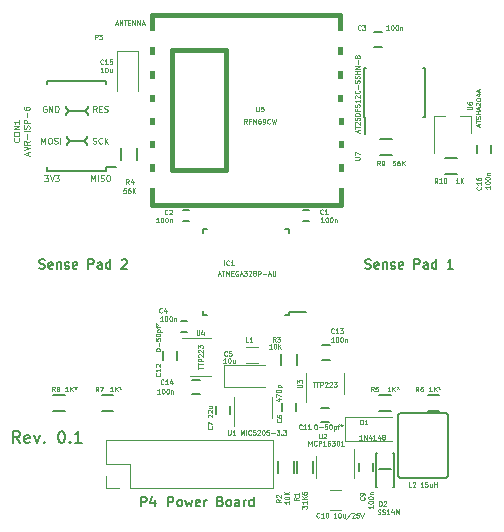
<source format=gto>
G04 #@! TF.GenerationSoftware,KiCad,Pcbnew,no-vcs-found-4f2ed1b~58~ubuntu16.04.1*
G04 #@! TF.CreationDate,2017-05-08T18:55:31+03:00*
G04 #@! TF.ProjectId,livolo_2_channels_1way_eu_switch,6C69766F6C6F5F325F6368616E6E656C,rev?*
G04 #@! TF.FileFunction,Legend,Top*
G04 #@! TF.FilePolarity,Positive*
%FSLAX46Y46*%
G04 Gerber Fmt 4.6, Leading zero omitted, Abs format (unit mm)*
G04 Created by KiCad (PCBNEW no-vcs-found-4f2ed1b~58~ubuntu16.04.1) date Mon May  8 18:55:31 2017*
%MOMM*%
%LPD*%
G01*
G04 APERTURE LIST*
%ADD10C,0.100000*%
%ADD11C,0.200000*%
%ADD12C,0.120000*%
%ADD13C,0.150000*%
%ADD14C,0.381000*%
%ADD15R,1.000000X1.250000*%
%ADD16R,4.000000X2.000000*%
%ADD17R,1.200000X2.000000*%
%ADD18R,1.200000X1.400000*%
%ADD19R,0.900000X1.200000*%
%ADD20R,0.650000X1.060000*%
%ADD21R,2.500000X1.270000*%
%ADD22R,1.750000X1.260000*%
%ADD23R,1.200000X0.900000*%
%ADD24R,1.200000X0.750000*%
%ADD25C,1.500000*%
%ADD26R,0.600000X0.500000*%
%ADD27R,0.750000X1.200000*%
%ADD28R,0.550000X1.600000*%
%ADD29R,1.600000X0.550000*%
%ADD30C,1.998980*%
%ADD31R,1.060000X0.650000*%
%ADD32R,1.998980X1.399540*%
%ADD33R,0.600000X1.550000*%
%ADD34R,0.800000X1.900000*%
%ADD35R,0.500000X0.900000*%
%ADD36R,1.260000X1.750000*%
%ADD37O,1.350000X1.350000*%
%ADD38R,1.350000X1.350000*%
G04 APERTURE END LIST*
D10*
D11*
X123290476Y-106752380D02*
X122957142Y-106276190D01*
X122719047Y-106752380D02*
X122719047Y-105752380D01*
X123100000Y-105752380D01*
X123195238Y-105800000D01*
X123242857Y-105847619D01*
X123290476Y-105942857D01*
X123290476Y-106085714D01*
X123242857Y-106180952D01*
X123195238Y-106228571D01*
X123100000Y-106276190D01*
X122719047Y-106276190D01*
X124100000Y-106704761D02*
X124004761Y-106752380D01*
X123814285Y-106752380D01*
X123719047Y-106704761D01*
X123671428Y-106609523D01*
X123671428Y-106228571D01*
X123719047Y-106133333D01*
X123814285Y-106085714D01*
X124004761Y-106085714D01*
X124100000Y-106133333D01*
X124147619Y-106228571D01*
X124147619Y-106323809D01*
X123671428Y-106419047D01*
X124480952Y-106085714D02*
X124719047Y-106752380D01*
X124957142Y-106085714D01*
X125338095Y-106657142D02*
X125385714Y-106704761D01*
X125338095Y-106752380D01*
X125290476Y-106704761D01*
X125338095Y-106657142D01*
X125338095Y-106752380D01*
X126766666Y-105752380D02*
X126861904Y-105752380D01*
X126957142Y-105800000D01*
X127004761Y-105847619D01*
X127052380Y-105942857D01*
X127100000Y-106133333D01*
X127100000Y-106371428D01*
X127052380Y-106561904D01*
X127004761Y-106657142D01*
X126957142Y-106704761D01*
X126861904Y-106752380D01*
X126766666Y-106752380D01*
X126671428Y-106704761D01*
X126623809Y-106657142D01*
X126576190Y-106561904D01*
X126528571Y-106371428D01*
X126528571Y-106133333D01*
X126576190Y-105942857D01*
X126623809Y-105847619D01*
X126671428Y-105800000D01*
X126766666Y-105752380D01*
X127528571Y-106657142D02*
X127576190Y-106704761D01*
X127528571Y-106752380D01*
X127480952Y-106704761D01*
X127528571Y-106657142D01*
X127528571Y-106752380D01*
X128528571Y-106752380D02*
X127957142Y-106752380D01*
X128242857Y-106752380D02*
X128242857Y-105752380D01*
X128147619Y-105895238D01*
X128052380Y-105990476D01*
X127957142Y-106038095D01*
D10*
X129790476Y-78726190D02*
X129623809Y-78488095D01*
X129504761Y-78726190D02*
X129504761Y-78226190D01*
X129695238Y-78226190D01*
X129742857Y-78250000D01*
X129766666Y-78273809D01*
X129790476Y-78321428D01*
X129790476Y-78392857D01*
X129766666Y-78440476D01*
X129742857Y-78464285D01*
X129695238Y-78488095D01*
X129504761Y-78488095D01*
X130004761Y-78464285D02*
X130171428Y-78464285D01*
X130242857Y-78726190D02*
X130004761Y-78726190D01*
X130004761Y-78226190D01*
X130242857Y-78226190D01*
X130433333Y-78702380D02*
X130504761Y-78726190D01*
X130623809Y-78726190D01*
X130671428Y-78702380D01*
X130695238Y-78678571D01*
X130719047Y-78630952D01*
X130719047Y-78583333D01*
X130695238Y-78535714D01*
X130671428Y-78511904D01*
X130623809Y-78488095D01*
X130528571Y-78464285D01*
X130480952Y-78440476D01*
X130457142Y-78416666D01*
X130433333Y-78369047D01*
X130433333Y-78321428D01*
X130457142Y-78273809D01*
X130480952Y-78250000D01*
X130528571Y-78226190D01*
X130647619Y-78226190D01*
X130719047Y-78250000D01*
X129457142Y-81402380D02*
X129528571Y-81426190D01*
X129647619Y-81426190D01*
X129695238Y-81402380D01*
X129719047Y-81378571D01*
X129742857Y-81330952D01*
X129742857Y-81283333D01*
X129719047Y-81235714D01*
X129695238Y-81211904D01*
X129647619Y-81188095D01*
X129552380Y-81164285D01*
X129504761Y-81140476D01*
X129480952Y-81116666D01*
X129457142Y-81069047D01*
X129457142Y-81021428D01*
X129480952Y-80973809D01*
X129504761Y-80950000D01*
X129552380Y-80926190D01*
X129671428Y-80926190D01*
X129742857Y-80950000D01*
X130242857Y-81378571D02*
X130219047Y-81402380D01*
X130147619Y-81426190D01*
X130100000Y-81426190D01*
X130028571Y-81402380D01*
X129980952Y-81354761D01*
X129957142Y-81307142D01*
X129933333Y-81211904D01*
X129933333Y-81140476D01*
X129957142Y-81045238D01*
X129980952Y-80997619D01*
X130028571Y-80950000D01*
X130100000Y-80926190D01*
X130147619Y-80926190D01*
X130219047Y-80950000D01*
X130242857Y-80973809D01*
X130457142Y-81426190D02*
X130457142Y-80926190D01*
X130742857Y-81426190D02*
X130528571Y-81140476D01*
X130742857Y-80926190D02*
X130457142Y-81211904D01*
X129339285Y-84576190D02*
X129339285Y-84076190D01*
X129505952Y-84433333D01*
X129672619Y-84076190D01*
X129672619Y-84576190D01*
X129910714Y-84576190D02*
X129910714Y-84076190D01*
X130125000Y-84552380D02*
X130196428Y-84576190D01*
X130315476Y-84576190D01*
X130363095Y-84552380D01*
X130386904Y-84528571D01*
X130410714Y-84480952D01*
X130410714Y-84433333D01*
X130386904Y-84385714D01*
X130363095Y-84361904D01*
X130315476Y-84338095D01*
X130220238Y-84314285D01*
X130172619Y-84290476D01*
X130148809Y-84266666D01*
X130125000Y-84219047D01*
X130125000Y-84171428D01*
X130148809Y-84123809D01*
X130172619Y-84100000D01*
X130220238Y-84076190D01*
X130339285Y-84076190D01*
X130410714Y-84100000D01*
X130720238Y-84076190D02*
X130815476Y-84076190D01*
X130863095Y-84100000D01*
X130910714Y-84147619D01*
X130934523Y-84242857D01*
X130934523Y-84409523D01*
X130910714Y-84504761D01*
X130863095Y-84552380D01*
X130815476Y-84576190D01*
X130720238Y-84576190D01*
X130672619Y-84552380D01*
X130625000Y-84504761D01*
X130601190Y-84409523D01*
X130601190Y-84242857D01*
X130625000Y-84147619D01*
X130672619Y-84100000D01*
X130720238Y-84076190D01*
X125519047Y-78250000D02*
X125471428Y-78226190D01*
X125400000Y-78226190D01*
X125328571Y-78250000D01*
X125280952Y-78297619D01*
X125257142Y-78345238D01*
X125233333Y-78440476D01*
X125233333Y-78511904D01*
X125257142Y-78607142D01*
X125280952Y-78654761D01*
X125328571Y-78702380D01*
X125400000Y-78726190D01*
X125447619Y-78726190D01*
X125519047Y-78702380D01*
X125542857Y-78678571D01*
X125542857Y-78511904D01*
X125447619Y-78511904D01*
X125757142Y-78726190D02*
X125757142Y-78226190D01*
X126042857Y-78726190D01*
X126042857Y-78226190D01*
X126280952Y-78726190D02*
X126280952Y-78226190D01*
X126400000Y-78226190D01*
X126471428Y-78250000D01*
X126519047Y-78297619D01*
X126542857Y-78345238D01*
X126566666Y-78440476D01*
X126566666Y-78511904D01*
X126542857Y-78607142D01*
X126519047Y-78654761D01*
X126471428Y-78702380D01*
X126400000Y-78726190D01*
X126280952Y-78726190D01*
X125114285Y-81426190D02*
X125114285Y-80926190D01*
X125280952Y-81283333D01*
X125447619Y-80926190D01*
X125447619Y-81426190D01*
X125780952Y-80926190D02*
X125876190Y-80926190D01*
X125923809Y-80950000D01*
X125971428Y-80997619D01*
X125995238Y-81092857D01*
X125995238Y-81259523D01*
X125971428Y-81354761D01*
X125923809Y-81402380D01*
X125876190Y-81426190D01*
X125780952Y-81426190D01*
X125733333Y-81402380D01*
X125685714Y-81354761D01*
X125661904Y-81259523D01*
X125661904Y-81092857D01*
X125685714Y-80997619D01*
X125733333Y-80950000D01*
X125780952Y-80926190D01*
X126185714Y-81402380D02*
X126257142Y-81426190D01*
X126376190Y-81426190D01*
X126423809Y-81402380D01*
X126447619Y-81378571D01*
X126471428Y-81330952D01*
X126471428Y-81283333D01*
X126447619Y-81235714D01*
X126423809Y-81211904D01*
X126376190Y-81188095D01*
X126280952Y-81164285D01*
X126233333Y-81140476D01*
X126209523Y-81116666D01*
X126185714Y-81069047D01*
X126185714Y-81021428D01*
X126209523Y-80973809D01*
X126233333Y-80950000D01*
X126280952Y-80926190D01*
X126400000Y-80926190D01*
X126471428Y-80950000D01*
X126685714Y-81426190D02*
X126685714Y-80926190D01*
X125355952Y-84101190D02*
X125665476Y-84101190D01*
X125498809Y-84291666D01*
X125570238Y-84291666D01*
X125617857Y-84315476D01*
X125641666Y-84339285D01*
X125665476Y-84386904D01*
X125665476Y-84505952D01*
X125641666Y-84553571D01*
X125617857Y-84577380D01*
X125570238Y-84601190D01*
X125427380Y-84601190D01*
X125379761Y-84577380D01*
X125355952Y-84553571D01*
X125808333Y-84101190D02*
X125975000Y-84601190D01*
X126141666Y-84101190D01*
X126260714Y-84101190D02*
X126570238Y-84101190D01*
X126403571Y-84291666D01*
X126475000Y-84291666D01*
X126522619Y-84315476D01*
X126546428Y-84339285D01*
X126570238Y-84386904D01*
X126570238Y-84505952D01*
X126546428Y-84553571D01*
X126522619Y-84577380D01*
X126475000Y-84601190D01*
X126332142Y-84601190D01*
X126284523Y-84577380D01*
X126260714Y-84553571D01*
D12*
X150500000Y-110750000D02*
X149500000Y-110750000D01*
X149500000Y-112450000D02*
X150500000Y-112450000D01*
D13*
X155300000Y-109575000D02*
X155475000Y-109700000D01*
X159500000Y-109550000D02*
X159375000Y-109700000D01*
X159375000Y-109700000D02*
X155500000Y-109700000D01*
X159500000Y-104350000D02*
X159300000Y-104250000D01*
X159500000Y-109550000D02*
X159500000Y-104350000D01*
X155500000Y-104250000D02*
X159300000Y-104250000D01*
X155300000Y-109575000D02*
X155300000Y-104375000D01*
X155300000Y-104375000D02*
X155500000Y-104250000D01*
D11*
X154700000Y-109000000D02*
X153700000Y-109000000D01*
D13*
X155000000Y-110500000D02*
X154900000Y-110500000D01*
X155000000Y-107600000D02*
X155000000Y-110500000D01*
X153400000Y-107600000D02*
X153400000Y-110501723D01*
X153500000Y-110500000D02*
X153400000Y-110500000D01*
X153500000Y-107600000D02*
X153400000Y-107600000D01*
X155000000Y-107600000D02*
X154900000Y-107600000D01*
X145125000Y-109300000D02*
X145125000Y-108300000D01*
X146475000Y-108300000D02*
X146475000Y-109300000D01*
D12*
X151610000Y-109700000D02*
X151610000Y-107250000D01*
X148390000Y-107900000D02*
X148390000Y-109700000D01*
D13*
X128750152Y-78630000D02*
X127448117Y-78630000D01*
X129050000Y-78376000D02*
X128796000Y-78630000D01*
X128796000Y-78630000D02*
X129050000Y-78884000D01*
X129050000Y-78884000D02*
X129050000Y-79011000D01*
X129050000Y-78249000D02*
X129050000Y-78376000D01*
X128950000Y-80916000D02*
X128696000Y-81170000D01*
X127150000Y-78884000D02*
X127404000Y-78630000D01*
X128950000Y-81424000D02*
X128950000Y-81551000D01*
X127150000Y-78376000D02*
X127150000Y-78249000D01*
X128696000Y-81170000D02*
X128950000Y-81424000D01*
X127404000Y-78630000D02*
X127150000Y-78376000D01*
X128950000Y-80789000D02*
X128950000Y-80916000D01*
X127150000Y-79011000D02*
X127150000Y-78884000D01*
X125550000Y-83710000D02*
X125550000Y-83430000D01*
X127250000Y-80916000D02*
X127250000Y-80789000D01*
X127504000Y-81170000D02*
X127250000Y-80916000D01*
X127250000Y-81424000D02*
X127504000Y-81170000D01*
X127250000Y-81551000D02*
X127250000Y-81424000D01*
X125550000Y-83710000D02*
X130550000Y-83710000D01*
X130550000Y-83710000D02*
X130550000Y-83430000D01*
X130550000Y-76090000D02*
X130550000Y-76370000D01*
X125550000Y-76090000D02*
X130550000Y-76090000D01*
X125550000Y-76090000D02*
X125550000Y-76370000D01*
X128750000Y-81200000D02*
X127450000Y-81200000D01*
X130550000Y-83400000D02*
X131450000Y-83400000D01*
D12*
X140600000Y-100192000D02*
X144050000Y-100192000D01*
X140600000Y-101992000D02*
X144050000Y-101992000D01*
X140600000Y-100192000D02*
X140600000Y-101992000D01*
D13*
X159266000Y-82637000D02*
X160266000Y-82637000D01*
X160266000Y-83987000D02*
X159266000Y-83987000D01*
X153275000Y-72000000D02*
X153975000Y-72000000D01*
X153975000Y-73200000D02*
X153275000Y-73200000D01*
X137400000Y-96425000D02*
X136900000Y-96425000D01*
X136900000Y-97375000D02*
X137400000Y-97375000D01*
X137100000Y-87975000D02*
X137600000Y-87975000D01*
X137600000Y-87025000D02*
X137100000Y-87025000D01*
X147750000Y-87025000D02*
X147250000Y-87025000D01*
X147250000Y-87975000D02*
X147750000Y-87975000D01*
X139900000Y-104350000D02*
X139900000Y-103650000D01*
X141100000Y-103650000D02*
X141100000Y-104350000D01*
X145500000Y-104050000D02*
X145500000Y-103350000D01*
X146700000Y-103350000D02*
X146700000Y-104050000D01*
X152000000Y-109150000D02*
X152000000Y-108450000D01*
X153200000Y-108450000D02*
X153200000Y-109150000D01*
X149450000Y-105000000D02*
X148750000Y-105000000D01*
X148750000Y-103800000D02*
X149450000Y-103800000D01*
X135400000Y-99700000D02*
X135400000Y-99000000D01*
X136600000Y-99000000D02*
X136600000Y-99700000D01*
X148850000Y-98500000D02*
X149550000Y-98500000D01*
X149550000Y-99700000D02*
X148850000Y-99700000D01*
X137850000Y-101400000D02*
X138550000Y-101400000D01*
X138550000Y-102600000D02*
X137850000Y-102600000D01*
D12*
X150850000Y-104600000D02*
X154750000Y-104600000D01*
X150850000Y-106600000D02*
X154750000Y-106600000D01*
X150850000Y-104600000D02*
X150850000Y-106600000D01*
D13*
X146075000Y-95700000D02*
X147500000Y-95700000D01*
X138825000Y-95925000D02*
X139150000Y-95925000D01*
X138825000Y-88675000D02*
X139150000Y-88675000D01*
X146075000Y-88675000D02*
X145750000Y-88675000D01*
X146075000Y-95925000D02*
X145750000Y-95925000D01*
X146075000Y-88675000D02*
X146075000Y-89000000D01*
X138825000Y-88675000D02*
X138825000Y-89000000D01*
X138825000Y-95925000D02*
X138825000Y-95600000D01*
X146075000Y-95925000D02*
X146075000Y-95700000D01*
X148075000Y-108300000D02*
X148075000Y-109300000D01*
X146725000Y-109300000D02*
X146725000Y-108300000D01*
X146775000Y-99200000D02*
X146775000Y-100200000D01*
X145425000Y-100200000D02*
X145425000Y-99200000D01*
X131825000Y-82800000D02*
X131825000Y-81800000D01*
X133175000Y-81800000D02*
X133175000Y-82800000D01*
X153700000Y-102725000D02*
X154700000Y-102725000D01*
X154700000Y-104075000D02*
X153700000Y-104075000D01*
X158800000Y-104075000D02*
X157800000Y-104075000D01*
X157800000Y-102725000D02*
X158800000Y-102725000D01*
X131200000Y-104075000D02*
X130200000Y-104075000D01*
X130200000Y-102725000D02*
X131200000Y-102725000D01*
X126100000Y-102725000D02*
X127100000Y-102725000D01*
X127100000Y-104075000D02*
X126100000Y-104075000D01*
D12*
X141440000Y-102850000D02*
X141440000Y-105300000D01*
X144660000Y-104650000D02*
X144660000Y-102850000D01*
X147490000Y-100850000D02*
X147490000Y-103300000D01*
X150710000Y-102650000D02*
X150710000Y-100850000D01*
X137700000Y-101060000D02*
X139500000Y-101060000D01*
X139500000Y-97840000D02*
X137050000Y-97840000D01*
D14*
X136150800Y-83650320D02*
X136150800Y-73449680D01*
X136150800Y-73449680D02*
X140750740Y-73449680D01*
X140750740Y-73449680D02*
X140750740Y-83650320D01*
X140750740Y-83650320D02*
X136150800Y-83650320D01*
X134499800Y-70500740D02*
X150400200Y-70500740D01*
X150400200Y-70500740D02*
X150451000Y-86599260D01*
X150451000Y-86599260D02*
X134499800Y-86599260D01*
X134499800Y-86599260D02*
X134499800Y-70500740D01*
D13*
X162000000Y-82200000D02*
X162000000Y-81500000D01*
X163200000Y-81500000D02*
X163200000Y-82200000D01*
X154800000Y-82375000D02*
X153800000Y-82375000D01*
X153800000Y-81025000D02*
X154800000Y-81025000D01*
X152500000Y-79175000D02*
X152500000Y-80575000D01*
X157600000Y-79175000D02*
X157600000Y-75025000D01*
X152450000Y-79175000D02*
X152450000Y-75025000D01*
X157600000Y-79175000D02*
X157455000Y-79175000D01*
X157600000Y-75025000D02*
X157455000Y-75025000D01*
X152450000Y-75025000D02*
X152595000Y-75025000D01*
X152450000Y-79175000D02*
X152500000Y-79175000D01*
D12*
X161480000Y-79090000D02*
X161480000Y-80550000D01*
X158320000Y-79090000D02*
X158320000Y-82250000D01*
X158320000Y-79090000D02*
X159250000Y-79090000D01*
X161480000Y-79090000D02*
X160550000Y-79090000D01*
X143450000Y-99980000D02*
X142450000Y-99980000D01*
X142450000Y-98620000D02*
X143450000Y-98620000D01*
X133300000Y-73550000D02*
X131500000Y-73550000D01*
X131500000Y-73550000D02*
X131500000Y-77000000D01*
X133300000Y-73550000D02*
X133300000Y-77000000D01*
X130590000Y-110610000D02*
X130590000Y-109550000D01*
X131650000Y-110610000D02*
X130590000Y-110610000D01*
X132650000Y-108550000D02*
X132650000Y-110610000D01*
X130590000Y-108550000D02*
X132650000Y-108550000D01*
X130590000Y-106490000D02*
X130590000Y-108550000D01*
X144710000Y-106490000D02*
X130590000Y-106490000D01*
X144710000Y-110610000D02*
X144710000Y-106490000D01*
X132650000Y-110610000D02*
X144710000Y-110610000D01*
D10*
X148642857Y-113042857D02*
X148623809Y-113061904D01*
X148566666Y-113080952D01*
X148528571Y-113080952D01*
X148471428Y-113061904D01*
X148433333Y-113023809D01*
X148414285Y-112985714D01*
X148395238Y-112909523D01*
X148395238Y-112852380D01*
X148414285Y-112776190D01*
X148433333Y-112738095D01*
X148471428Y-112700000D01*
X148528571Y-112680952D01*
X148566666Y-112680952D01*
X148623809Y-112700000D01*
X148642857Y-112719047D01*
X149023809Y-113080952D02*
X148795238Y-113080952D01*
X148909523Y-113080952D02*
X148909523Y-112680952D01*
X148871428Y-112738095D01*
X148833333Y-112776190D01*
X148795238Y-112795238D01*
X149271428Y-112680952D02*
X149309523Y-112680952D01*
X149347619Y-112700000D01*
X149366666Y-112719047D01*
X149385714Y-112757142D01*
X149404761Y-112833333D01*
X149404761Y-112928571D01*
X149385714Y-113004761D01*
X149366666Y-113042857D01*
X149347619Y-113061904D01*
X149309523Y-113080952D01*
X149271428Y-113080952D01*
X149233333Y-113061904D01*
X149214285Y-113042857D01*
X149195238Y-113004761D01*
X149176190Y-112928571D01*
X149176190Y-112833333D01*
X149195238Y-112757142D01*
X149214285Y-112719047D01*
X149233333Y-112700000D01*
X149271428Y-112680952D01*
X150080952Y-113080952D02*
X149852380Y-113080952D01*
X149966666Y-113080952D02*
X149966666Y-112680952D01*
X149928571Y-112738095D01*
X149890476Y-112776190D01*
X149852380Y-112795238D01*
X150328571Y-112680952D02*
X150366666Y-112680952D01*
X150404761Y-112700000D01*
X150423809Y-112719047D01*
X150442857Y-112757142D01*
X150461904Y-112833333D01*
X150461904Y-112928571D01*
X150442857Y-113004761D01*
X150423809Y-113042857D01*
X150404761Y-113061904D01*
X150366666Y-113080952D01*
X150328571Y-113080952D01*
X150290476Y-113061904D01*
X150271428Y-113042857D01*
X150252380Y-113004761D01*
X150233333Y-112928571D01*
X150233333Y-112833333D01*
X150252380Y-112757142D01*
X150271428Y-112719047D01*
X150290476Y-112700000D01*
X150328571Y-112680952D01*
X150804761Y-112814285D02*
X150804761Y-113080952D01*
X150633333Y-112814285D02*
X150633333Y-113023809D01*
X150652380Y-113061904D01*
X150690476Y-113080952D01*
X150747619Y-113080952D01*
X150785714Y-113061904D01*
X150804761Y-113042857D01*
X151280952Y-112661904D02*
X150938095Y-113176190D01*
X151395238Y-112719047D02*
X151414285Y-112700000D01*
X151452380Y-112680952D01*
X151547619Y-112680952D01*
X151585714Y-112700000D01*
X151604761Y-112719047D01*
X151623809Y-112757142D01*
X151623809Y-112795238D01*
X151604761Y-112852380D01*
X151376190Y-113080952D01*
X151623809Y-113080952D01*
X151985714Y-112680952D02*
X151795238Y-112680952D01*
X151776190Y-112871428D01*
X151795238Y-112852380D01*
X151833333Y-112833333D01*
X151928571Y-112833333D01*
X151966666Y-112852380D01*
X151985714Y-112871428D01*
X152004761Y-112909523D01*
X152004761Y-113004761D01*
X151985714Y-113042857D01*
X151966666Y-113061904D01*
X151928571Y-113080952D01*
X151833333Y-113080952D01*
X151795238Y-113061904D01*
X151776190Y-113042857D01*
X152119047Y-112680952D02*
X152252380Y-113080952D01*
X152385714Y-112680952D01*
X156433333Y-110480952D02*
X156242857Y-110480952D01*
X156242857Y-110080952D01*
X156547619Y-110119047D02*
X156566666Y-110100000D01*
X156604761Y-110080952D01*
X156700000Y-110080952D01*
X156738095Y-110100000D01*
X156757142Y-110119047D01*
X156776190Y-110157142D01*
X156776190Y-110195238D01*
X156757142Y-110252380D01*
X156528571Y-110480952D01*
X156776190Y-110480952D01*
X157433333Y-110480952D02*
X157204761Y-110480952D01*
X157319047Y-110480952D02*
X157319047Y-110080952D01*
X157280952Y-110138095D01*
X157242857Y-110176190D01*
X157204761Y-110195238D01*
X157795238Y-110080952D02*
X157604761Y-110080952D01*
X157585714Y-110271428D01*
X157604761Y-110252380D01*
X157642857Y-110233333D01*
X157738095Y-110233333D01*
X157776190Y-110252380D01*
X157795238Y-110271428D01*
X157814285Y-110309523D01*
X157814285Y-110404761D01*
X157795238Y-110442857D01*
X157776190Y-110461904D01*
X157738095Y-110480952D01*
X157642857Y-110480952D01*
X157604761Y-110461904D01*
X157585714Y-110442857D01*
X158157142Y-110214285D02*
X158157142Y-110480952D01*
X157985714Y-110214285D02*
X157985714Y-110423809D01*
X158004761Y-110461904D01*
X158042857Y-110480952D01*
X158100000Y-110480952D01*
X158138095Y-110461904D01*
X158157142Y-110442857D01*
X158347619Y-110480952D02*
X158347619Y-110080952D01*
X158347619Y-110271428D02*
X158576190Y-110271428D01*
X158576190Y-110480952D02*
X158576190Y-110080952D01*
X153704761Y-112080952D02*
X153704761Y-111680952D01*
X153800000Y-111680952D01*
X153857142Y-111700000D01*
X153895238Y-111738095D01*
X153914285Y-111776190D01*
X153933333Y-111852380D01*
X153933333Y-111909523D01*
X153914285Y-111985714D01*
X153895238Y-112023809D01*
X153857142Y-112061904D01*
X153800000Y-112080952D01*
X153704761Y-112080952D01*
X154085714Y-111719047D02*
X154104761Y-111700000D01*
X154142857Y-111680952D01*
X154238095Y-111680952D01*
X154276190Y-111700000D01*
X154295238Y-111719047D01*
X154314285Y-111757142D01*
X154314285Y-111795238D01*
X154295238Y-111852380D01*
X154066666Y-112080952D01*
X154314285Y-112080952D01*
X153585714Y-112761904D02*
X153642857Y-112780952D01*
X153738095Y-112780952D01*
X153776190Y-112761904D01*
X153795238Y-112742857D01*
X153814285Y-112704761D01*
X153814285Y-112666666D01*
X153795238Y-112628571D01*
X153776190Y-112609523D01*
X153738095Y-112590476D01*
X153661904Y-112571428D01*
X153623809Y-112552380D01*
X153604761Y-112533333D01*
X153585714Y-112495238D01*
X153585714Y-112457142D01*
X153604761Y-112419047D01*
X153623809Y-112400000D01*
X153661904Y-112380952D01*
X153757142Y-112380952D01*
X153814285Y-112400000D01*
X153966666Y-112761904D02*
X154023809Y-112780952D01*
X154119047Y-112780952D01*
X154157142Y-112761904D01*
X154176190Y-112742857D01*
X154195238Y-112704761D01*
X154195238Y-112666666D01*
X154176190Y-112628571D01*
X154157142Y-112609523D01*
X154119047Y-112590476D01*
X154042857Y-112571428D01*
X154004761Y-112552380D01*
X153985714Y-112533333D01*
X153966666Y-112495238D01*
X153966666Y-112457142D01*
X153985714Y-112419047D01*
X154004761Y-112400000D01*
X154042857Y-112380952D01*
X154138095Y-112380952D01*
X154195238Y-112400000D01*
X154576190Y-112780952D02*
X154347619Y-112780952D01*
X154461904Y-112780952D02*
X154461904Y-112380952D01*
X154423809Y-112438095D01*
X154385714Y-112476190D01*
X154347619Y-112495238D01*
X154919047Y-112514285D02*
X154919047Y-112780952D01*
X154823809Y-112361904D02*
X154728571Y-112647619D01*
X154976190Y-112647619D01*
X155128571Y-112780952D02*
X155128571Y-112380952D01*
X155261904Y-112666666D01*
X155395238Y-112380952D01*
X155395238Y-112780952D01*
X145380952Y-111516666D02*
X145190476Y-111650000D01*
X145380952Y-111745238D02*
X144980952Y-111745238D01*
X144980952Y-111592857D01*
X145000000Y-111554761D01*
X145019047Y-111535714D01*
X145057142Y-111516666D01*
X145114285Y-111516666D01*
X145152380Y-111535714D01*
X145171428Y-111554761D01*
X145190476Y-111592857D01*
X145190476Y-111745238D01*
X145019047Y-111364285D02*
X145000000Y-111345238D01*
X144980952Y-111307142D01*
X144980952Y-111211904D01*
X145000000Y-111173809D01*
X145019047Y-111154761D01*
X145057142Y-111135714D01*
X145095238Y-111135714D01*
X145152380Y-111154761D01*
X145380952Y-111383333D01*
X145380952Y-111135714D01*
X146080952Y-111676190D02*
X146080952Y-111904761D01*
X146080952Y-111790476D02*
X145680952Y-111790476D01*
X145738095Y-111828571D01*
X145776190Y-111866666D01*
X145795238Y-111904761D01*
X145680952Y-111428571D02*
X145680952Y-111390476D01*
X145700000Y-111352380D01*
X145719047Y-111333333D01*
X145757142Y-111314285D01*
X145833333Y-111295238D01*
X145928571Y-111295238D01*
X146004761Y-111314285D01*
X146042857Y-111333333D01*
X146061904Y-111352380D01*
X146080952Y-111390476D01*
X146080952Y-111428571D01*
X146061904Y-111466666D01*
X146042857Y-111485714D01*
X146004761Y-111504761D01*
X145928571Y-111523809D01*
X145833333Y-111523809D01*
X145757142Y-111504761D01*
X145719047Y-111485714D01*
X145700000Y-111466666D01*
X145680952Y-111428571D01*
X146080952Y-111123809D02*
X145680952Y-111123809D01*
X146080952Y-110895238D02*
X145852380Y-111066666D01*
X145680952Y-110895238D02*
X145909523Y-111123809D01*
X148595238Y-105980952D02*
X148595238Y-106304761D01*
X148614285Y-106342857D01*
X148633333Y-106361904D01*
X148671428Y-106380952D01*
X148747619Y-106380952D01*
X148785714Y-106361904D01*
X148804761Y-106342857D01*
X148823809Y-106304761D01*
X148823809Y-105980952D01*
X148995238Y-106019047D02*
X149014285Y-106000000D01*
X149052380Y-105980952D01*
X149147619Y-105980952D01*
X149185714Y-106000000D01*
X149204761Y-106019047D01*
X149223809Y-106057142D01*
X149223809Y-106095238D01*
X149204761Y-106152380D01*
X148976190Y-106380952D01*
X149223809Y-106380952D01*
X147714285Y-106980952D02*
X147714285Y-106580952D01*
X147847619Y-106866666D01*
X147980952Y-106580952D01*
X147980952Y-106980952D01*
X148400000Y-106942857D02*
X148380952Y-106961904D01*
X148323809Y-106980952D01*
X148285714Y-106980952D01*
X148228571Y-106961904D01*
X148190476Y-106923809D01*
X148171428Y-106885714D01*
X148152380Y-106809523D01*
X148152380Y-106752380D01*
X148171428Y-106676190D01*
X148190476Y-106638095D01*
X148228571Y-106600000D01*
X148285714Y-106580952D01*
X148323809Y-106580952D01*
X148380952Y-106600000D01*
X148400000Y-106619047D01*
X148571428Y-106980952D02*
X148571428Y-106580952D01*
X148723809Y-106580952D01*
X148761904Y-106600000D01*
X148780952Y-106619047D01*
X148800000Y-106657142D01*
X148800000Y-106714285D01*
X148780952Y-106752380D01*
X148761904Y-106771428D01*
X148723809Y-106790476D01*
X148571428Y-106790476D01*
X149180952Y-106980952D02*
X148952380Y-106980952D01*
X149066666Y-106980952D02*
X149066666Y-106580952D01*
X149028571Y-106638095D01*
X148990476Y-106676190D01*
X148952380Y-106695238D01*
X149523809Y-106580952D02*
X149447619Y-106580952D01*
X149409523Y-106600000D01*
X149390476Y-106619047D01*
X149352380Y-106676190D01*
X149333333Y-106752380D01*
X149333333Y-106904761D01*
X149352380Y-106942857D01*
X149371428Y-106961904D01*
X149409523Y-106980952D01*
X149485714Y-106980952D01*
X149523809Y-106961904D01*
X149542857Y-106942857D01*
X149561904Y-106904761D01*
X149561904Y-106809523D01*
X149542857Y-106771428D01*
X149523809Y-106752380D01*
X149485714Y-106733333D01*
X149409523Y-106733333D01*
X149371428Y-106752380D01*
X149352380Y-106771428D01*
X149333333Y-106809523D01*
X149695238Y-106580952D02*
X149942857Y-106580952D01*
X149809523Y-106733333D01*
X149866666Y-106733333D01*
X149904761Y-106752380D01*
X149923809Y-106771428D01*
X149942857Y-106809523D01*
X149942857Y-106904761D01*
X149923809Y-106942857D01*
X149904761Y-106961904D01*
X149866666Y-106980952D01*
X149752380Y-106980952D01*
X149714285Y-106961904D01*
X149695238Y-106942857D01*
X150190476Y-106580952D02*
X150228571Y-106580952D01*
X150266666Y-106600000D01*
X150285714Y-106619047D01*
X150304761Y-106657142D01*
X150323809Y-106733333D01*
X150323809Y-106828571D01*
X150304761Y-106904761D01*
X150285714Y-106942857D01*
X150266666Y-106961904D01*
X150228571Y-106980952D01*
X150190476Y-106980952D01*
X150152380Y-106961904D01*
X150133333Y-106942857D01*
X150114285Y-106904761D01*
X150095238Y-106828571D01*
X150095238Y-106733333D01*
X150114285Y-106657142D01*
X150133333Y-106619047D01*
X150152380Y-106600000D01*
X150190476Y-106580952D01*
X150704761Y-106980952D02*
X150476190Y-106980952D01*
X150590476Y-106980952D02*
X150590476Y-106580952D01*
X150552380Y-106638095D01*
X150514285Y-106676190D01*
X150476190Y-106695238D01*
X123198571Y-80957142D02*
X123222380Y-80980952D01*
X123246190Y-81052380D01*
X123246190Y-81100000D01*
X123222380Y-81171428D01*
X123174761Y-81219047D01*
X123127142Y-81242857D01*
X123031904Y-81266666D01*
X122960476Y-81266666D01*
X122865238Y-81242857D01*
X122817619Y-81219047D01*
X122770000Y-81171428D01*
X122746190Y-81100000D01*
X122746190Y-81052380D01*
X122770000Y-80980952D01*
X122793809Y-80957142D01*
X122746190Y-80647619D02*
X122746190Y-80552380D01*
X122770000Y-80504761D01*
X122817619Y-80457142D01*
X122912857Y-80433333D01*
X123079523Y-80433333D01*
X123174761Y-80457142D01*
X123222380Y-80504761D01*
X123246190Y-80552380D01*
X123246190Y-80647619D01*
X123222380Y-80695238D01*
X123174761Y-80742857D01*
X123079523Y-80766666D01*
X122912857Y-80766666D01*
X122817619Y-80742857D01*
X122770000Y-80695238D01*
X122746190Y-80647619D01*
X123246190Y-80219047D02*
X122746190Y-80219047D01*
X123246190Y-79933333D01*
X122746190Y-79933333D01*
X123246190Y-79433333D02*
X123246190Y-79719047D01*
X123246190Y-79576190D02*
X122746190Y-79576190D01*
X122817619Y-79623809D01*
X122865238Y-79671428D01*
X122889047Y-79719047D01*
X123963333Y-82377619D02*
X123963333Y-82139523D01*
X124106190Y-82425238D02*
X123606190Y-82258571D01*
X124106190Y-82091904D01*
X123606190Y-81996666D02*
X124106190Y-81830000D01*
X123606190Y-81663333D01*
X124106190Y-81210952D02*
X123868095Y-81377619D01*
X124106190Y-81496666D02*
X123606190Y-81496666D01*
X123606190Y-81306190D01*
X123630000Y-81258571D01*
X123653809Y-81234761D01*
X123701428Y-81210952D01*
X123772857Y-81210952D01*
X123820476Y-81234761D01*
X123844285Y-81258571D01*
X123868095Y-81306190D01*
X123868095Y-81496666D01*
X123915714Y-80996666D02*
X123915714Y-80615714D01*
X124106190Y-80377619D02*
X123606190Y-80377619D01*
X124082380Y-80163333D02*
X124106190Y-80091904D01*
X124106190Y-79972857D01*
X124082380Y-79925238D01*
X124058571Y-79901428D01*
X124010952Y-79877619D01*
X123963333Y-79877619D01*
X123915714Y-79901428D01*
X123891904Y-79925238D01*
X123868095Y-79972857D01*
X123844285Y-80068095D01*
X123820476Y-80115714D01*
X123796666Y-80139523D01*
X123749047Y-80163333D01*
X123701428Y-80163333D01*
X123653809Y-80139523D01*
X123630000Y-80115714D01*
X123606190Y-80068095D01*
X123606190Y-79949047D01*
X123630000Y-79877619D01*
X124106190Y-79663333D02*
X123606190Y-79663333D01*
X123606190Y-79472857D01*
X123630000Y-79425238D01*
X123653809Y-79401428D01*
X123701428Y-79377619D01*
X123772857Y-79377619D01*
X123820476Y-79401428D01*
X123844285Y-79425238D01*
X123868095Y-79472857D01*
X123868095Y-79663333D01*
X123915714Y-79163333D02*
X123915714Y-78782380D01*
X123606190Y-78330000D02*
X123606190Y-78425238D01*
X123630000Y-78472857D01*
X123653809Y-78496666D01*
X123725238Y-78544285D01*
X123820476Y-78568095D01*
X124010952Y-78568095D01*
X124058571Y-78544285D01*
X124082380Y-78520476D01*
X124106190Y-78472857D01*
X124106190Y-78377619D01*
X124082380Y-78330000D01*
X124058571Y-78306190D01*
X124010952Y-78282380D01*
X123891904Y-78282380D01*
X123844285Y-78306190D01*
X123820476Y-78330000D01*
X123796666Y-78377619D01*
X123796666Y-78472857D01*
X123820476Y-78520476D01*
X123844285Y-78544285D01*
X123891904Y-78568095D01*
X140833333Y-99342857D02*
X140814285Y-99361904D01*
X140757142Y-99380952D01*
X140719047Y-99380952D01*
X140661904Y-99361904D01*
X140623809Y-99323809D01*
X140604761Y-99285714D01*
X140585714Y-99209523D01*
X140585714Y-99152380D01*
X140604761Y-99076190D01*
X140623809Y-99038095D01*
X140661904Y-99000000D01*
X140719047Y-98980952D01*
X140757142Y-98980952D01*
X140814285Y-99000000D01*
X140833333Y-99019047D01*
X141195238Y-98980952D02*
X141004761Y-98980952D01*
X140985714Y-99171428D01*
X141004761Y-99152380D01*
X141042857Y-99133333D01*
X141138095Y-99133333D01*
X141176190Y-99152380D01*
X141195238Y-99171428D01*
X141214285Y-99209523D01*
X141214285Y-99304761D01*
X141195238Y-99342857D01*
X141176190Y-99361904D01*
X141138095Y-99380952D01*
X141042857Y-99380952D01*
X141004761Y-99361904D01*
X140985714Y-99342857D01*
X140742857Y-99980952D02*
X140514285Y-99980952D01*
X140628571Y-99980952D02*
X140628571Y-99580952D01*
X140590476Y-99638095D01*
X140552380Y-99676190D01*
X140514285Y-99695238D01*
X140990476Y-99580952D02*
X141028571Y-99580952D01*
X141066666Y-99600000D01*
X141085714Y-99619047D01*
X141104761Y-99657142D01*
X141123809Y-99733333D01*
X141123809Y-99828571D01*
X141104761Y-99904761D01*
X141085714Y-99942857D01*
X141066666Y-99961904D01*
X141028571Y-99980952D01*
X140990476Y-99980952D01*
X140952380Y-99961904D01*
X140933333Y-99942857D01*
X140914285Y-99904761D01*
X140895238Y-99828571D01*
X140895238Y-99733333D01*
X140914285Y-99657142D01*
X140933333Y-99619047D01*
X140952380Y-99600000D01*
X140990476Y-99580952D01*
X141466666Y-99714285D02*
X141466666Y-99980952D01*
X141295238Y-99714285D02*
X141295238Y-99923809D01*
X141314285Y-99961904D01*
X141352380Y-99980952D01*
X141409523Y-99980952D01*
X141447619Y-99961904D01*
X141466666Y-99942857D01*
D13*
X152535714Y-91973809D02*
X152650000Y-92011904D01*
X152840476Y-92011904D01*
X152916666Y-91973809D01*
X152954761Y-91935714D01*
X152992857Y-91859523D01*
X152992857Y-91783333D01*
X152954761Y-91707142D01*
X152916666Y-91669047D01*
X152840476Y-91630952D01*
X152688095Y-91592857D01*
X152611904Y-91554761D01*
X152573809Y-91516666D01*
X152535714Y-91440476D01*
X152535714Y-91364285D01*
X152573809Y-91288095D01*
X152611904Y-91250000D01*
X152688095Y-91211904D01*
X152878571Y-91211904D01*
X152992857Y-91250000D01*
X153640476Y-91973809D02*
X153564285Y-92011904D01*
X153411904Y-92011904D01*
X153335714Y-91973809D01*
X153297619Y-91897619D01*
X153297619Y-91592857D01*
X153335714Y-91516666D01*
X153411904Y-91478571D01*
X153564285Y-91478571D01*
X153640476Y-91516666D01*
X153678571Y-91592857D01*
X153678571Y-91669047D01*
X153297619Y-91745238D01*
X154021428Y-91478571D02*
X154021428Y-92011904D01*
X154021428Y-91554761D02*
X154059523Y-91516666D01*
X154135714Y-91478571D01*
X154250000Y-91478571D01*
X154326190Y-91516666D01*
X154364285Y-91592857D01*
X154364285Y-92011904D01*
X154707142Y-91973809D02*
X154783333Y-92011904D01*
X154935714Y-92011904D01*
X155011904Y-91973809D01*
X155050000Y-91897619D01*
X155050000Y-91859523D01*
X155011904Y-91783333D01*
X154935714Y-91745238D01*
X154821428Y-91745238D01*
X154745238Y-91707142D01*
X154707142Y-91630952D01*
X154707142Y-91592857D01*
X154745238Y-91516666D01*
X154821428Y-91478571D01*
X154935714Y-91478571D01*
X155011904Y-91516666D01*
X155697619Y-91973809D02*
X155621428Y-92011904D01*
X155469047Y-92011904D01*
X155392857Y-91973809D01*
X155354761Y-91897619D01*
X155354761Y-91592857D01*
X155392857Y-91516666D01*
X155469047Y-91478571D01*
X155621428Y-91478571D01*
X155697619Y-91516666D01*
X155735714Y-91592857D01*
X155735714Y-91669047D01*
X155354761Y-91745238D01*
X156688095Y-92011904D02*
X156688095Y-91211904D01*
X156992857Y-91211904D01*
X157069047Y-91250000D01*
X157107142Y-91288095D01*
X157145238Y-91364285D01*
X157145238Y-91478571D01*
X157107142Y-91554761D01*
X157069047Y-91592857D01*
X156992857Y-91630952D01*
X156688095Y-91630952D01*
X157830952Y-92011904D02*
X157830952Y-91592857D01*
X157792857Y-91516666D01*
X157716666Y-91478571D01*
X157564285Y-91478571D01*
X157488095Y-91516666D01*
X157830952Y-91973809D02*
X157754761Y-92011904D01*
X157564285Y-92011904D01*
X157488095Y-91973809D01*
X157450000Y-91897619D01*
X157450000Y-91821428D01*
X157488095Y-91745238D01*
X157564285Y-91707142D01*
X157754761Y-91707142D01*
X157830952Y-91669047D01*
X158554761Y-92011904D02*
X158554761Y-91211904D01*
X158554761Y-91973809D02*
X158478571Y-92011904D01*
X158326190Y-92011904D01*
X158250000Y-91973809D01*
X158211904Y-91935714D01*
X158173809Y-91859523D01*
X158173809Y-91630952D01*
X158211904Y-91554761D01*
X158250000Y-91516666D01*
X158326190Y-91478571D01*
X158478571Y-91478571D01*
X158554761Y-91516666D01*
X159964285Y-92011904D02*
X159507142Y-92011904D01*
X159735714Y-92011904D02*
X159735714Y-91211904D01*
X159659523Y-91326190D01*
X159583333Y-91402380D01*
X159507142Y-91440476D01*
X124935714Y-91973809D02*
X125050000Y-92011904D01*
X125240476Y-92011904D01*
X125316666Y-91973809D01*
X125354761Y-91935714D01*
X125392857Y-91859523D01*
X125392857Y-91783333D01*
X125354761Y-91707142D01*
X125316666Y-91669047D01*
X125240476Y-91630952D01*
X125088095Y-91592857D01*
X125011904Y-91554761D01*
X124973809Y-91516666D01*
X124935714Y-91440476D01*
X124935714Y-91364285D01*
X124973809Y-91288095D01*
X125011904Y-91250000D01*
X125088095Y-91211904D01*
X125278571Y-91211904D01*
X125392857Y-91250000D01*
X126040476Y-91973809D02*
X125964285Y-92011904D01*
X125811904Y-92011904D01*
X125735714Y-91973809D01*
X125697619Y-91897619D01*
X125697619Y-91592857D01*
X125735714Y-91516666D01*
X125811904Y-91478571D01*
X125964285Y-91478571D01*
X126040476Y-91516666D01*
X126078571Y-91592857D01*
X126078571Y-91669047D01*
X125697619Y-91745238D01*
X126421428Y-91478571D02*
X126421428Y-92011904D01*
X126421428Y-91554761D02*
X126459523Y-91516666D01*
X126535714Y-91478571D01*
X126650000Y-91478571D01*
X126726190Y-91516666D01*
X126764285Y-91592857D01*
X126764285Y-92011904D01*
X127107142Y-91973809D02*
X127183333Y-92011904D01*
X127335714Y-92011904D01*
X127411904Y-91973809D01*
X127450000Y-91897619D01*
X127450000Y-91859523D01*
X127411904Y-91783333D01*
X127335714Y-91745238D01*
X127221428Y-91745238D01*
X127145238Y-91707142D01*
X127107142Y-91630952D01*
X127107142Y-91592857D01*
X127145238Y-91516666D01*
X127221428Y-91478571D01*
X127335714Y-91478571D01*
X127411904Y-91516666D01*
X128097619Y-91973809D02*
X128021428Y-92011904D01*
X127869047Y-92011904D01*
X127792857Y-91973809D01*
X127754761Y-91897619D01*
X127754761Y-91592857D01*
X127792857Y-91516666D01*
X127869047Y-91478571D01*
X128021428Y-91478571D01*
X128097619Y-91516666D01*
X128135714Y-91592857D01*
X128135714Y-91669047D01*
X127754761Y-91745238D01*
X129088095Y-92011904D02*
X129088095Y-91211904D01*
X129392857Y-91211904D01*
X129469047Y-91250000D01*
X129507142Y-91288095D01*
X129545238Y-91364285D01*
X129545238Y-91478571D01*
X129507142Y-91554761D01*
X129469047Y-91592857D01*
X129392857Y-91630952D01*
X129088095Y-91630952D01*
X130230952Y-92011904D02*
X130230952Y-91592857D01*
X130192857Y-91516666D01*
X130116666Y-91478571D01*
X129964285Y-91478571D01*
X129888095Y-91516666D01*
X130230952Y-91973809D02*
X130154761Y-92011904D01*
X129964285Y-92011904D01*
X129888095Y-91973809D01*
X129850000Y-91897619D01*
X129850000Y-91821428D01*
X129888095Y-91745238D01*
X129964285Y-91707142D01*
X130154761Y-91707142D01*
X130230952Y-91669047D01*
X130954761Y-92011904D02*
X130954761Y-91211904D01*
X130954761Y-91973809D02*
X130878571Y-92011904D01*
X130726190Y-92011904D01*
X130650000Y-91973809D01*
X130611904Y-91935714D01*
X130573809Y-91859523D01*
X130573809Y-91630952D01*
X130611904Y-91554761D01*
X130650000Y-91516666D01*
X130726190Y-91478571D01*
X130878571Y-91478571D01*
X130954761Y-91516666D01*
X131907142Y-91288095D02*
X131945238Y-91250000D01*
X132021428Y-91211904D01*
X132211904Y-91211904D01*
X132288095Y-91250000D01*
X132326190Y-91288095D01*
X132364285Y-91364285D01*
X132364285Y-91440476D01*
X132326190Y-91554761D01*
X131869047Y-92011904D01*
X132364285Y-92011904D01*
D10*
X158642857Y-84730952D02*
X158509523Y-84540476D01*
X158414285Y-84730952D02*
X158414285Y-84330952D01*
X158566666Y-84330952D01*
X158604761Y-84350000D01*
X158623809Y-84369047D01*
X158642857Y-84407142D01*
X158642857Y-84464285D01*
X158623809Y-84502380D01*
X158604761Y-84521428D01*
X158566666Y-84540476D01*
X158414285Y-84540476D01*
X159023809Y-84730952D02*
X158795238Y-84730952D01*
X158909523Y-84730952D02*
X158909523Y-84330952D01*
X158871428Y-84388095D01*
X158833333Y-84426190D01*
X158795238Y-84445238D01*
X159271428Y-84330952D02*
X159309523Y-84330952D01*
X159347619Y-84350000D01*
X159366666Y-84369047D01*
X159385714Y-84407142D01*
X159404761Y-84483333D01*
X159404761Y-84578571D01*
X159385714Y-84654761D01*
X159366666Y-84692857D01*
X159347619Y-84711904D01*
X159309523Y-84730952D01*
X159271428Y-84730952D01*
X159233333Y-84711904D01*
X159214285Y-84692857D01*
X159195238Y-84654761D01*
X159176190Y-84578571D01*
X159176190Y-84483333D01*
X159195238Y-84407142D01*
X159214285Y-84369047D01*
X159233333Y-84350000D01*
X159271428Y-84330952D01*
X160442285Y-84762952D02*
X160213714Y-84762952D01*
X160328000Y-84762952D02*
X160328000Y-84362952D01*
X160289904Y-84420095D01*
X160251809Y-84458190D01*
X160213714Y-84477238D01*
X160613714Y-84762952D02*
X160613714Y-84362952D01*
X160842285Y-84762952D02*
X160670857Y-84534380D01*
X160842285Y-84362952D02*
X160613714Y-84591523D01*
X152133333Y-71742857D02*
X152114285Y-71761904D01*
X152057142Y-71780952D01*
X152019047Y-71780952D01*
X151961904Y-71761904D01*
X151923809Y-71723809D01*
X151904761Y-71685714D01*
X151885714Y-71609523D01*
X151885714Y-71552380D01*
X151904761Y-71476190D01*
X151923809Y-71438095D01*
X151961904Y-71400000D01*
X152019047Y-71380952D01*
X152057142Y-71380952D01*
X152114285Y-71400000D01*
X152133333Y-71419047D01*
X152266666Y-71380952D02*
X152514285Y-71380952D01*
X152380952Y-71533333D01*
X152438095Y-71533333D01*
X152476190Y-71552380D01*
X152495238Y-71571428D01*
X152514285Y-71609523D01*
X152514285Y-71704761D01*
X152495238Y-71742857D01*
X152476190Y-71761904D01*
X152438095Y-71780952D01*
X152323809Y-71780952D01*
X152285714Y-71761904D01*
X152266666Y-71742857D01*
X154552380Y-71780952D02*
X154323809Y-71780952D01*
X154438095Y-71780952D02*
X154438095Y-71380952D01*
X154400000Y-71438095D01*
X154361904Y-71476190D01*
X154323809Y-71495238D01*
X154800000Y-71380952D02*
X154838095Y-71380952D01*
X154876190Y-71400000D01*
X154895238Y-71419047D01*
X154914285Y-71457142D01*
X154933333Y-71533333D01*
X154933333Y-71628571D01*
X154914285Y-71704761D01*
X154895238Y-71742857D01*
X154876190Y-71761904D01*
X154838095Y-71780952D01*
X154800000Y-71780952D01*
X154761904Y-71761904D01*
X154742857Y-71742857D01*
X154723809Y-71704761D01*
X154704761Y-71628571D01*
X154704761Y-71533333D01*
X154723809Y-71457142D01*
X154742857Y-71419047D01*
X154761904Y-71400000D01*
X154800000Y-71380952D01*
X155180952Y-71380952D02*
X155219047Y-71380952D01*
X155257142Y-71400000D01*
X155276190Y-71419047D01*
X155295238Y-71457142D01*
X155314285Y-71533333D01*
X155314285Y-71628571D01*
X155295238Y-71704761D01*
X155276190Y-71742857D01*
X155257142Y-71761904D01*
X155219047Y-71780952D01*
X155180952Y-71780952D01*
X155142857Y-71761904D01*
X155123809Y-71742857D01*
X155104761Y-71704761D01*
X155085714Y-71628571D01*
X155085714Y-71533333D01*
X155104761Y-71457142D01*
X155123809Y-71419047D01*
X155142857Y-71400000D01*
X155180952Y-71380952D01*
X155485714Y-71514285D02*
X155485714Y-71780952D01*
X155485714Y-71552380D02*
X155504761Y-71533333D01*
X155542857Y-71514285D01*
X155600000Y-71514285D01*
X155638095Y-71533333D01*
X155657142Y-71571428D01*
X155657142Y-71780952D01*
X135333333Y-95692857D02*
X135314285Y-95711904D01*
X135257142Y-95730952D01*
X135219047Y-95730952D01*
X135161904Y-95711904D01*
X135123809Y-95673809D01*
X135104761Y-95635714D01*
X135085714Y-95559523D01*
X135085714Y-95502380D01*
X135104761Y-95426190D01*
X135123809Y-95388095D01*
X135161904Y-95350000D01*
X135219047Y-95330952D01*
X135257142Y-95330952D01*
X135314285Y-95350000D01*
X135333333Y-95369047D01*
X135676190Y-95464285D02*
X135676190Y-95730952D01*
X135580952Y-95311904D02*
X135485714Y-95597619D01*
X135733333Y-95597619D01*
X135402380Y-96430952D02*
X135173809Y-96430952D01*
X135288095Y-96430952D02*
X135288095Y-96030952D01*
X135250000Y-96088095D01*
X135211904Y-96126190D01*
X135173809Y-96145238D01*
X135650000Y-96030952D02*
X135688095Y-96030952D01*
X135726190Y-96050000D01*
X135745238Y-96069047D01*
X135764285Y-96107142D01*
X135783333Y-96183333D01*
X135783333Y-96278571D01*
X135764285Y-96354761D01*
X135745238Y-96392857D01*
X135726190Y-96411904D01*
X135688095Y-96430952D01*
X135650000Y-96430952D01*
X135611904Y-96411904D01*
X135592857Y-96392857D01*
X135573809Y-96354761D01*
X135554761Y-96278571D01*
X135554761Y-96183333D01*
X135573809Y-96107142D01*
X135592857Y-96069047D01*
X135611904Y-96050000D01*
X135650000Y-96030952D01*
X136030952Y-96030952D02*
X136069047Y-96030952D01*
X136107142Y-96050000D01*
X136126190Y-96069047D01*
X136145238Y-96107142D01*
X136164285Y-96183333D01*
X136164285Y-96278571D01*
X136145238Y-96354761D01*
X136126190Y-96392857D01*
X136107142Y-96411904D01*
X136069047Y-96430952D01*
X136030952Y-96430952D01*
X135992857Y-96411904D01*
X135973809Y-96392857D01*
X135954761Y-96354761D01*
X135935714Y-96278571D01*
X135935714Y-96183333D01*
X135954761Y-96107142D01*
X135973809Y-96069047D01*
X135992857Y-96050000D01*
X136030952Y-96030952D01*
X136335714Y-96164285D02*
X136335714Y-96430952D01*
X136335714Y-96202380D02*
X136354761Y-96183333D01*
X136392857Y-96164285D01*
X136450000Y-96164285D01*
X136488095Y-96183333D01*
X136507142Y-96221428D01*
X136507142Y-96430952D01*
X135783333Y-87367857D02*
X135764285Y-87386904D01*
X135707142Y-87405952D01*
X135669047Y-87405952D01*
X135611904Y-87386904D01*
X135573809Y-87348809D01*
X135554761Y-87310714D01*
X135535714Y-87234523D01*
X135535714Y-87177380D01*
X135554761Y-87101190D01*
X135573809Y-87063095D01*
X135611904Y-87025000D01*
X135669047Y-87005952D01*
X135707142Y-87005952D01*
X135764285Y-87025000D01*
X135783333Y-87044047D01*
X135935714Y-87044047D02*
X135954761Y-87025000D01*
X135992857Y-87005952D01*
X136088095Y-87005952D01*
X136126190Y-87025000D01*
X136145238Y-87044047D01*
X136164285Y-87082142D01*
X136164285Y-87120238D01*
X136145238Y-87177380D01*
X135916666Y-87405952D01*
X136164285Y-87405952D01*
X135052380Y-88080952D02*
X134823809Y-88080952D01*
X134938095Y-88080952D02*
X134938095Y-87680952D01*
X134900000Y-87738095D01*
X134861904Y-87776190D01*
X134823809Y-87795238D01*
X135300000Y-87680952D02*
X135338095Y-87680952D01*
X135376190Y-87700000D01*
X135395238Y-87719047D01*
X135414285Y-87757142D01*
X135433333Y-87833333D01*
X135433333Y-87928571D01*
X135414285Y-88004761D01*
X135395238Y-88042857D01*
X135376190Y-88061904D01*
X135338095Y-88080952D01*
X135300000Y-88080952D01*
X135261904Y-88061904D01*
X135242857Y-88042857D01*
X135223809Y-88004761D01*
X135204761Y-87928571D01*
X135204761Y-87833333D01*
X135223809Y-87757142D01*
X135242857Y-87719047D01*
X135261904Y-87700000D01*
X135300000Y-87680952D01*
X135680952Y-87680952D02*
X135719047Y-87680952D01*
X135757142Y-87700000D01*
X135776190Y-87719047D01*
X135795238Y-87757142D01*
X135814285Y-87833333D01*
X135814285Y-87928571D01*
X135795238Y-88004761D01*
X135776190Y-88042857D01*
X135757142Y-88061904D01*
X135719047Y-88080952D01*
X135680952Y-88080952D01*
X135642857Y-88061904D01*
X135623809Y-88042857D01*
X135604761Y-88004761D01*
X135585714Y-87928571D01*
X135585714Y-87833333D01*
X135604761Y-87757142D01*
X135623809Y-87719047D01*
X135642857Y-87700000D01*
X135680952Y-87680952D01*
X135985714Y-87814285D02*
X135985714Y-88080952D01*
X135985714Y-87852380D02*
X136004761Y-87833333D01*
X136042857Y-87814285D01*
X136100000Y-87814285D01*
X136138095Y-87833333D01*
X136157142Y-87871428D01*
X136157142Y-88080952D01*
X148958333Y-87342857D02*
X148939285Y-87361904D01*
X148882142Y-87380952D01*
X148844047Y-87380952D01*
X148786904Y-87361904D01*
X148748809Y-87323809D01*
X148729761Y-87285714D01*
X148710714Y-87209523D01*
X148710714Y-87152380D01*
X148729761Y-87076190D01*
X148748809Y-87038095D01*
X148786904Y-87000000D01*
X148844047Y-86980952D01*
X148882142Y-86980952D01*
X148939285Y-87000000D01*
X148958333Y-87019047D01*
X149339285Y-87380952D02*
X149110714Y-87380952D01*
X149225000Y-87380952D02*
X149225000Y-86980952D01*
X149186904Y-87038095D01*
X149148809Y-87076190D01*
X149110714Y-87095238D01*
X149002380Y-88055952D02*
X148773809Y-88055952D01*
X148888095Y-88055952D02*
X148888095Y-87655952D01*
X148850000Y-87713095D01*
X148811904Y-87751190D01*
X148773809Y-87770238D01*
X149250000Y-87655952D02*
X149288095Y-87655952D01*
X149326190Y-87675000D01*
X149345238Y-87694047D01*
X149364285Y-87732142D01*
X149383333Y-87808333D01*
X149383333Y-87903571D01*
X149364285Y-87979761D01*
X149345238Y-88017857D01*
X149326190Y-88036904D01*
X149288095Y-88055952D01*
X149250000Y-88055952D01*
X149211904Y-88036904D01*
X149192857Y-88017857D01*
X149173809Y-87979761D01*
X149154761Y-87903571D01*
X149154761Y-87808333D01*
X149173809Y-87732142D01*
X149192857Y-87694047D01*
X149211904Y-87675000D01*
X149250000Y-87655952D01*
X149630952Y-87655952D02*
X149669047Y-87655952D01*
X149707142Y-87675000D01*
X149726190Y-87694047D01*
X149745238Y-87732142D01*
X149764285Y-87808333D01*
X149764285Y-87903571D01*
X149745238Y-87979761D01*
X149726190Y-88017857D01*
X149707142Y-88036904D01*
X149669047Y-88055952D01*
X149630952Y-88055952D01*
X149592857Y-88036904D01*
X149573809Y-88017857D01*
X149554761Y-87979761D01*
X149535714Y-87903571D01*
X149535714Y-87808333D01*
X149554761Y-87732142D01*
X149573809Y-87694047D01*
X149592857Y-87675000D01*
X149630952Y-87655952D01*
X149935714Y-87789285D02*
X149935714Y-88055952D01*
X149935714Y-87827380D02*
X149954761Y-87808333D01*
X149992857Y-87789285D01*
X150050000Y-87789285D01*
X150088095Y-87808333D01*
X150107142Y-87846428D01*
X150107142Y-88055952D01*
X139542857Y-105366666D02*
X139561904Y-105385714D01*
X139580952Y-105442857D01*
X139580952Y-105480952D01*
X139561904Y-105538095D01*
X139523809Y-105576190D01*
X139485714Y-105595238D01*
X139409523Y-105614285D01*
X139352380Y-105614285D01*
X139276190Y-105595238D01*
X139238095Y-105576190D01*
X139200000Y-105538095D01*
X139180952Y-105480952D01*
X139180952Y-105442857D01*
X139200000Y-105385714D01*
X139219047Y-105366666D01*
X139180952Y-105233333D02*
X139180952Y-104966666D01*
X139580952Y-105138095D01*
X139219047Y-104585714D02*
X139200000Y-104566666D01*
X139180952Y-104528571D01*
X139180952Y-104433333D01*
X139200000Y-104395238D01*
X139219047Y-104376190D01*
X139257142Y-104357142D01*
X139295238Y-104357142D01*
X139352380Y-104376190D01*
X139580952Y-104604761D01*
X139580952Y-104357142D01*
X139219047Y-104204761D02*
X139200000Y-104185714D01*
X139180952Y-104147619D01*
X139180952Y-104052380D01*
X139200000Y-104014285D01*
X139219047Y-103995238D01*
X139257142Y-103976190D01*
X139295238Y-103976190D01*
X139352380Y-103995238D01*
X139580952Y-104223809D01*
X139580952Y-103976190D01*
X139314285Y-103633333D02*
X139580952Y-103633333D01*
X139314285Y-103804761D02*
X139523809Y-103804761D01*
X139561904Y-103785714D01*
X139580952Y-103747619D01*
X139580952Y-103690476D01*
X139561904Y-103652380D01*
X139542857Y-103633333D01*
X145392857Y-104766666D02*
X145411904Y-104785714D01*
X145430952Y-104842857D01*
X145430952Y-104880952D01*
X145411904Y-104938095D01*
X145373809Y-104976190D01*
X145335714Y-104995238D01*
X145259523Y-105014285D01*
X145202380Y-105014285D01*
X145126190Y-104995238D01*
X145088095Y-104976190D01*
X145050000Y-104938095D01*
X145030952Y-104880952D01*
X145030952Y-104842857D01*
X145050000Y-104785714D01*
X145069047Y-104766666D01*
X145030952Y-104423809D02*
X145030952Y-104500000D01*
X145050000Y-104538095D01*
X145069047Y-104557142D01*
X145126190Y-104595238D01*
X145202380Y-104614285D01*
X145354761Y-104614285D01*
X145392857Y-104595238D01*
X145411904Y-104576190D01*
X145430952Y-104538095D01*
X145430952Y-104461904D01*
X145411904Y-104423809D01*
X145392857Y-104404761D01*
X145354761Y-104385714D01*
X145259523Y-104385714D01*
X145221428Y-104404761D01*
X145202380Y-104423809D01*
X145183333Y-104461904D01*
X145183333Y-104538095D01*
X145202380Y-104576190D01*
X145221428Y-104595238D01*
X145259523Y-104614285D01*
X145114285Y-103035714D02*
X145380952Y-103035714D01*
X144961904Y-103130952D02*
X145247619Y-103226190D01*
X145247619Y-102978571D01*
X144980952Y-102864285D02*
X144980952Y-102597619D01*
X145380952Y-102769047D01*
X144980952Y-102369047D02*
X144980952Y-102330952D01*
X145000000Y-102292857D01*
X145019047Y-102273809D01*
X145057142Y-102254761D01*
X145133333Y-102235714D01*
X145228571Y-102235714D01*
X145304761Y-102254761D01*
X145342857Y-102273809D01*
X145361904Y-102292857D01*
X145380952Y-102330952D01*
X145380952Y-102369047D01*
X145361904Y-102407142D01*
X145342857Y-102426190D01*
X145304761Y-102445238D01*
X145228571Y-102464285D01*
X145133333Y-102464285D01*
X145057142Y-102445238D01*
X145019047Y-102426190D01*
X145000000Y-102407142D01*
X144980952Y-102369047D01*
X145114285Y-102064285D02*
X145514285Y-102064285D01*
X145133333Y-102064285D02*
X145114285Y-102026190D01*
X145114285Y-101950000D01*
X145133333Y-101911904D01*
X145152380Y-101892857D01*
X145190476Y-101873809D01*
X145304761Y-101873809D01*
X145342857Y-101892857D01*
X145361904Y-101911904D01*
X145380952Y-101950000D01*
X145380952Y-102026190D01*
X145361904Y-102064285D01*
X152442857Y-111366666D02*
X152461904Y-111385714D01*
X152480952Y-111442857D01*
X152480952Y-111480952D01*
X152461904Y-111538095D01*
X152423809Y-111576190D01*
X152385714Y-111595238D01*
X152309523Y-111614285D01*
X152252380Y-111614285D01*
X152176190Y-111595238D01*
X152138095Y-111576190D01*
X152100000Y-111538095D01*
X152080952Y-111480952D01*
X152080952Y-111442857D01*
X152100000Y-111385714D01*
X152119047Y-111366666D01*
X152480952Y-111176190D02*
X152480952Y-111100000D01*
X152461904Y-111061904D01*
X152442857Y-111042857D01*
X152385714Y-111004761D01*
X152309523Y-110985714D01*
X152157142Y-110985714D01*
X152119047Y-111004761D01*
X152100000Y-111023809D01*
X152080952Y-111061904D01*
X152080952Y-111138095D01*
X152100000Y-111176190D01*
X152119047Y-111195238D01*
X152157142Y-111214285D01*
X152252380Y-111214285D01*
X152290476Y-111195238D01*
X152309523Y-111176190D01*
X152328571Y-111138095D01*
X152328571Y-111061904D01*
X152309523Y-111023809D01*
X152290476Y-111004761D01*
X152252380Y-110985714D01*
X153180952Y-112047619D02*
X153180952Y-112276190D01*
X153180952Y-112161904D02*
X152780952Y-112161904D01*
X152838095Y-112200000D01*
X152876190Y-112238095D01*
X152895238Y-112276190D01*
X152780952Y-111800000D02*
X152780952Y-111761904D01*
X152800000Y-111723809D01*
X152819047Y-111704761D01*
X152857142Y-111685714D01*
X152933333Y-111666666D01*
X153028571Y-111666666D01*
X153104761Y-111685714D01*
X153142857Y-111704761D01*
X153161904Y-111723809D01*
X153180952Y-111761904D01*
X153180952Y-111800000D01*
X153161904Y-111838095D01*
X153142857Y-111857142D01*
X153104761Y-111876190D01*
X153028571Y-111895238D01*
X152933333Y-111895238D01*
X152857142Y-111876190D01*
X152819047Y-111857142D01*
X152800000Y-111838095D01*
X152780952Y-111800000D01*
X152780952Y-111419047D02*
X152780952Y-111380952D01*
X152800000Y-111342857D01*
X152819047Y-111323809D01*
X152857142Y-111304761D01*
X152933333Y-111285714D01*
X153028571Y-111285714D01*
X153104761Y-111304761D01*
X153142857Y-111323809D01*
X153161904Y-111342857D01*
X153180952Y-111380952D01*
X153180952Y-111419047D01*
X153161904Y-111457142D01*
X153142857Y-111476190D01*
X153104761Y-111495238D01*
X153028571Y-111514285D01*
X152933333Y-111514285D01*
X152857142Y-111495238D01*
X152819047Y-111476190D01*
X152800000Y-111457142D01*
X152780952Y-111419047D01*
X152914285Y-111114285D02*
X153180952Y-111114285D01*
X152952380Y-111114285D02*
X152933333Y-111095238D01*
X152914285Y-111057142D01*
X152914285Y-111000000D01*
X152933333Y-110961904D01*
X152971428Y-110942857D01*
X153180952Y-110942857D01*
X147142857Y-105542857D02*
X147123809Y-105561904D01*
X147066666Y-105580952D01*
X147028571Y-105580952D01*
X146971428Y-105561904D01*
X146933333Y-105523809D01*
X146914285Y-105485714D01*
X146895238Y-105409523D01*
X146895238Y-105352380D01*
X146914285Y-105276190D01*
X146933333Y-105238095D01*
X146971428Y-105200000D01*
X147028571Y-105180952D01*
X147066666Y-105180952D01*
X147123809Y-105200000D01*
X147142857Y-105219047D01*
X147523809Y-105580952D02*
X147295238Y-105580952D01*
X147409523Y-105580952D02*
X147409523Y-105180952D01*
X147371428Y-105238095D01*
X147333333Y-105276190D01*
X147295238Y-105295238D01*
X147904761Y-105580952D02*
X147676190Y-105580952D01*
X147790476Y-105580952D02*
X147790476Y-105180952D01*
X147752380Y-105238095D01*
X147714285Y-105276190D01*
X147676190Y-105295238D01*
X148304761Y-105180952D02*
X148342857Y-105180952D01*
X148380952Y-105200000D01*
X148400000Y-105219047D01*
X148419047Y-105257142D01*
X148438095Y-105333333D01*
X148438095Y-105428571D01*
X148419047Y-105504761D01*
X148400000Y-105542857D01*
X148380952Y-105561904D01*
X148342857Y-105580952D01*
X148304761Y-105580952D01*
X148266666Y-105561904D01*
X148247619Y-105542857D01*
X148228571Y-105504761D01*
X148209523Y-105428571D01*
X148209523Y-105333333D01*
X148228571Y-105257142D01*
X148247619Y-105219047D01*
X148266666Y-105200000D01*
X148304761Y-105180952D01*
X148609523Y-105428571D02*
X148914285Y-105428571D01*
X149295238Y-105180952D02*
X149104761Y-105180952D01*
X149085714Y-105371428D01*
X149104761Y-105352380D01*
X149142857Y-105333333D01*
X149238095Y-105333333D01*
X149276190Y-105352380D01*
X149295238Y-105371428D01*
X149314285Y-105409523D01*
X149314285Y-105504761D01*
X149295238Y-105542857D01*
X149276190Y-105561904D01*
X149238095Y-105580952D01*
X149142857Y-105580952D01*
X149104761Y-105561904D01*
X149085714Y-105542857D01*
X149561904Y-105180952D02*
X149600000Y-105180952D01*
X149638095Y-105200000D01*
X149657142Y-105219047D01*
X149676190Y-105257142D01*
X149695238Y-105333333D01*
X149695238Y-105428571D01*
X149676190Y-105504761D01*
X149657142Y-105542857D01*
X149638095Y-105561904D01*
X149600000Y-105580952D01*
X149561904Y-105580952D01*
X149523809Y-105561904D01*
X149504761Y-105542857D01*
X149485714Y-105504761D01*
X149466666Y-105428571D01*
X149466666Y-105333333D01*
X149485714Y-105257142D01*
X149504761Y-105219047D01*
X149523809Y-105200000D01*
X149561904Y-105180952D01*
X149866666Y-105314285D02*
X149866666Y-105714285D01*
X149866666Y-105333333D02*
X149904761Y-105314285D01*
X149980952Y-105314285D01*
X150019047Y-105333333D01*
X150038095Y-105352380D01*
X150057142Y-105390476D01*
X150057142Y-105504761D01*
X150038095Y-105542857D01*
X150019047Y-105561904D01*
X149980952Y-105580952D01*
X149904761Y-105580952D01*
X149866666Y-105561904D01*
X150171428Y-105314285D02*
X150323809Y-105314285D01*
X150228571Y-105580952D02*
X150228571Y-105238095D01*
X150247619Y-105200000D01*
X150285714Y-105180952D01*
X150323809Y-105180952D01*
X150514285Y-105180952D02*
X150514285Y-105276190D01*
X150419047Y-105238095D02*
X150514285Y-105276190D01*
X150609523Y-105238095D01*
X150457142Y-105352380D02*
X150514285Y-105276190D01*
X150571428Y-105352380D01*
X135142857Y-100857142D02*
X135161904Y-100876190D01*
X135180952Y-100933333D01*
X135180952Y-100971428D01*
X135161904Y-101028571D01*
X135123809Y-101066666D01*
X135085714Y-101085714D01*
X135009523Y-101104761D01*
X134952380Y-101104761D01*
X134876190Y-101085714D01*
X134838095Y-101066666D01*
X134800000Y-101028571D01*
X134780952Y-100971428D01*
X134780952Y-100933333D01*
X134800000Y-100876190D01*
X134819047Y-100857142D01*
X135180952Y-100476190D02*
X135180952Y-100704761D01*
X135180952Y-100590476D02*
X134780952Y-100590476D01*
X134838095Y-100628571D01*
X134876190Y-100666666D01*
X134895238Y-100704761D01*
X134819047Y-100323809D02*
X134800000Y-100304761D01*
X134780952Y-100266666D01*
X134780952Y-100171428D01*
X134800000Y-100133333D01*
X134819047Y-100114285D01*
X134857142Y-100095238D01*
X134895238Y-100095238D01*
X134952380Y-100114285D01*
X135180952Y-100342857D01*
X135180952Y-100095238D01*
X134780952Y-98895238D02*
X134780952Y-98857142D01*
X134800000Y-98819047D01*
X134819047Y-98800000D01*
X134857142Y-98780952D01*
X134933333Y-98761904D01*
X135028571Y-98761904D01*
X135104761Y-98780952D01*
X135142857Y-98800000D01*
X135161904Y-98819047D01*
X135180952Y-98857142D01*
X135180952Y-98895238D01*
X135161904Y-98933333D01*
X135142857Y-98952380D01*
X135104761Y-98971428D01*
X135028571Y-98990476D01*
X134933333Y-98990476D01*
X134857142Y-98971428D01*
X134819047Y-98952380D01*
X134800000Y-98933333D01*
X134780952Y-98895238D01*
X135028571Y-98590476D02*
X135028571Y-98285714D01*
X134780952Y-97904761D02*
X134780952Y-98095238D01*
X134971428Y-98114285D01*
X134952380Y-98095238D01*
X134933333Y-98057142D01*
X134933333Y-97961904D01*
X134952380Y-97923809D01*
X134971428Y-97904761D01*
X135009523Y-97885714D01*
X135104761Y-97885714D01*
X135142857Y-97904761D01*
X135161904Y-97923809D01*
X135180952Y-97961904D01*
X135180952Y-98057142D01*
X135161904Y-98095238D01*
X135142857Y-98114285D01*
X134780952Y-97638095D02*
X134780952Y-97600000D01*
X134800000Y-97561904D01*
X134819047Y-97542857D01*
X134857142Y-97523809D01*
X134933333Y-97504761D01*
X135028571Y-97504761D01*
X135104761Y-97523809D01*
X135142857Y-97542857D01*
X135161904Y-97561904D01*
X135180952Y-97600000D01*
X135180952Y-97638095D01*
X135161904Y-97676190D01*
X135142857Y-97695238D01*
X135104761Y-97714285D01*
X135028571Y-97733333D01*
X134933333Y-97733333D01*
X134857142Y-97714285D01*
X134819047Y-97695238D01*
X134800000Y-97676190D01*
X134780952Y-97638095D01*
X134914285Y-97333333D02*
X135314285Y-97333333D01*
X134933333Y-97333333D02*
X134914285Y-97295238D01*
X134914285Y-97219047D01*
X134933333Y-97180952D01*
X134952380Y-97161904D01*
X134990476Y-97142857D01*
X135104761Y-97142857D01*
X135142857Y-97161904D01*
X135161904Y-97180952D01*
X135180952Y-97219047D01*
X135180952Y-97295238D01*
X135161904Y-97333333D01*
X134914285Y-97028571D02*
X134914285Y-96876190D01*
X135180952Y-96971428D02*
X134838095Y-96971428D01*
X134800000Y-96952380D01*
X134780952Y-96914285D01*
X134780952Y-96876190D01*
X134780952Y-96685714D02*
X134876190Y-96685714D01*
X134838095Y-96780952D02*
X134876190Y-96685714D01*
X134838095Y-96590476D01*
X134952380Y-96742857D02*
X134876190Y-96685714D01*
X134952380Y-96628571D01*
X149867857Y-97417857D02*
X149848809Y-97436904D01*
X149791666Y-97455952D01*
X149753571Y-97455952D01*
X149696428Y-97436904D01*
X149658333Y-97398809D01*
X149639285Y-97360714D01*
X149620238Y-97284523D01*
X149620238Y-97227380D01*
X149639285Y-97151190D01*
X149658333Y-97113095D01*
X149696428Y-97075000D01*
X149753571Y-97055952D01*
X149791666Y-97055952D01*
X149848809Y-97075000D01*
X149867857Y-97094047D01*
X150248809Y-97455952D02*
X150020238Y-97455952D01*
X150134523Y-97455952D02*
X150134523Y-97055952D01*
X150096428Y-97113095D01*
X150058333Y-97151190D01*
X150020238Y-97170238D01*
X150382142Y-97055952D02*
X150629761Y-97055952D01*
X150496428Y-97208333D01*
X150553571Y-97208333D01*
X150591666Y-97227380D01*
X150610714Y-97246428D01*
X150629761Y-97284523D01*
X150629761Y-97379761D01*
X150610714Y-97417857D01*
X150591666Y-97436904D01*
X150553571Y-97455952D01*
X150439285Y-97455952D01*
X150401190Y-97436904D01*
X150382142Y-97417857D01*
X149877380Y-98205952D02*
X149648809Y-98205952D01*
X149763095Y-98205952D02*
X149763095Y-97805952D01*
X149725000Y-97863095D01*
X149686904Y-97901190D01*
X149648809Y-97920238D01*
X150125000Y-97805952D02*
X150163095Y-97805952D01*
X150201190Y-97825000D01*
X150220238Y-97844047D01*
X150239285Y-97882142D01*
X150258333Y-97958333D01*
X150258333Y-98053571D01*
X150239285Y-98129761D01*
X150220238Y-98167857D01*
X150201190Y-98186904D01*
X150163095Y-98205952D01*
X150125000Y-98205952D01*
X150086904Y-98186904D01*
X150067857Y-98167857D01*
X150048809Y-98129761D01*
X150029761Y-98053571D01*
X150029761Y-97958333D01*
X150048809Y-97882142D01*
X150067857Y-97844047D01*
X150086904Y-97825000D01*
X150125000Y-97805952D01*
X150505952Y-97805952D02*
X150544047Y-97805952D01*
X150582142Y-97825000D01*
X150601190Y-97844047D01*
X150620238Y-97882142D01*
X150639285Y-97958333D01*
X150639285Y-98053571D01*
X150620238Y-98129761D01*
X150601190Y-98167857D01*
X150582142Y-98186904D01*
X150544047Y-98205952D01*
X150505952Y-98205952D01*
X150467857Y-98186904D01*
X150448809Y-98167857D01*
X150429761Y-98129761D01*
X150410714Y-98053571D01*
X150410714Y-97958333D01*
X150429761Y-97882142D01*
X150448809Y-97844047D01*
X150467857Y-97825000D01*
X150505952Y-97805952D01*
X150810714Y-97939285D02*
X150810714Y-98205952D01*
X150810714Y-97977380D02*
X150829761Y-97958333D01*
X150867857Y-97939285D01*
X150925000Y-97939285D01*
X150963095Y-97958333D01*
X150982142Y-97996428D01*
X150982142Y-98205952D01*
X135442857Y-101742857D02*
X135423809Y-101761904D01*
X135366666Y-101780952D01*
X135328571Y-101780952D01*
X135271428Y-101761904D01*
X135233333Y-101723809D01*
X135214285Y-101685714D01*
X135195238Y-101609523D01*
X135195238Y-101552380D01*
X135214285Y-101476190D01*
X135233333Y-101438095D01*
X135271428Y-101400000D01*
X135328571Y-101380952D01*
X135366666Y-101380952D01*
X135423809Y-101400000D01*
X135442857Y-101419047D01*
X135823809Y-101780952D02*
X135595238Y-101780952D01*
X135709523Y-101780952D02*
X135709523Y-101380952D01*
X135671428Y-101438095D01*
X135633333Y-101476190D01*
X135595238Y-101495238D01*
X136166666Y-101514285D02*
X136166666Y-101780952D01*
X136071428Y-101361904D02*
X135976190Y-101647619D01*
X136223809Y-101647619D01*
X135152380Y-102580952D02*
X134923809Y-102580952D01*
X135038095Y-102580952D02*
X135038095Y-102180952D01*
X135000000Y-102238095D01*
X134961904Y-102276190D01*
X134923809Y-102295238D01*
X135400000Y-102180952D02*
X135438095Y-102180952D01*
X135476190Y-102200000D01*
X135495238Y-102219047D01*
X135514285Y-102257142D01*
X135533333Y-102333333D01*
X135533333Y-102428571D01*
X135514285Y-102504761D01*
X135495238Y-102542857D01*
X135476190Y-102561904D01*
X135438095Y-102580952D01*
X135400000Y-102580952D01*
X135361904Y-102561904D01*
X135342857Y-102542857D01*
X135323809Y-102504761D01*
X135304761Y-102428571D01*
X135304761Y-102333333D01*
X135323809Y-102257142D01*
X135342857Y-102219047D01*
X135361904Y-102200000D01*
X135400000Y-102180952D01*
X135780952Y-102180952D02*
X135819047Y-102180952D01*
X135857142Y-102200000D01*
X135876190Y-102219047D01*
X135895238Y-102257142D01*
X135914285Y-102333333D01*
X135914285Y-102428571D01*
X135895238Y-102504761D01*
X135876190Y-102542857D01*
X135857142Y-102561904D01*
X135819047Y-102580952D01*
X135780952Y-102580952D01*
X135742857Y-102561904D01*
X135723809Y-102542857D01*
X135704761Y-102504761D01*
X135685714Y-102428571D01*
X135685714Y-102333333D01*
X135704761Y-102257142D01*
X135723809Y-102219047D01*
X135742857Y-102200000D01*
X135780952Y-102180952D01*
X136085714Y-102314285D02*
X136085714Y-102580952D01*
X136085714Y-102352380D02*
X136104761Y-102333333D01*
X136142857Y-102314285D01*
X136200000Y-102314285D01*
X136238095Y-102333333D01*
X136257142Y-102371428D01*
X136257142Y-102580952D01*
X152104761Y-105180952D02*
X152104761Y-104780952D01*
X152200000Y-104780952D01*
X152257142Y-104800000D01*
X152295238Y-104838095D01*
X152314285Y-104876190D01*
X152333333Y-104952380D01*
X152333333Y-105009523D01*
X152314285Y-105085714D01*
X152295238Y-105123809D01*
X152257142Y-105161904D01*
X152200000Y-105180952D01*
X152104761Y-105180952D01*
X152714285Y-105180952D02*
X152485714Y-105180952D01*
X152600000Y-105180952D02*
X152600000Y-104780952D01*
X152561904Y-104838095D01*
X152523809Y-104876190D01*
X152485714Y-104895238D01*
X152242857Y-106480952D02*
X152014285Y-106480952D01*
X152128571Y-106480952D02*
X152128571Y-106080952D01*
X152090476Y-106138095D01*
X152052380Y-106176190D01*
X152014285Y-106195238D01*
X152414285Y-106480952D02*
X152414285Y-106080952D01*
X152642857Y-106480952D01*
X152642857Y-106080952D01*
X153004761Y-106214285D02*
X153004761Y-106480952D01*
X152909523Y-106061904D02*
X152814285Y-106347619D01*
X153061904Y-106347619D01*
X153423809Y-106480952D02*
X153195238Y-106480952D01*
X153309523Y-106480952D02*
X153309523Y-106080952D01*
X153271428Y-106138095D01*
X153233333Y-106176190D01*
X153195238Y-106195238D01*
X153766666Y-106214285D02*
X153766666Y-106480952D01*
X153671428Y-106061904D02*
X153576190Y-106347619D01*
X153823809Y-106347619D01*
X154033333Y-106252380D02*
X153995238Y-106233333D01*
X153976190Y-106214285D01*
X153957142Y-106176190D01*
X153957142Y-106157142D01*
X153976190Y-106119047D01*
X153995238Y-106100000D01*
X154033333Y-106080952D01*
X154109523Y-106080952D01*
X154147619Y-106100000D01*
X154166666Y-106119047D01*
X154185714Y-106157142D01*
X154185714Y-106176190D01*
X154166666Y-106214285D01*
X154147619Y-106233333D01*
X154109523Y-106252380D01*
X154033333Y-106252380D01*
X153995238Y-106271428D01*
X153976190Y-106290476D01*
X153957142Y-106328571D01*
X153957142Y-106404761D01*
X153976190Y-106442857D01*
X153995238Y-106461904D01*
X154033333Y-106480952D01*
X154109523Y-106480952D01*
X154147619Y-106461904D01*
X154166666Y-106442857D01*
X154185714Y-106404761D01*
X154185714Y-106328571D01*
X154166666Y-106290476D01*
X154147619Y-106271428D01*
X154109523Y-106252380D01*
X140584523Y-91705952D02*
X140584523Y-91305952D01*
X141003571Y-91667857D02*
X140984523Y-91686904D01*
X140927380Y-91705952D01*
X140889285Y-91705952D01*
X140832142Y-91686904D01*
X140794047Y-91648809D01*
X140775000Y-91610714D01*
X140755952Y-91534523D01*
X140755952Y-91477380D01*
X140775000Y-91401190D01*
X140794047Y-91363095D01*
X140832142Y-91325000D01*
X140889285Y-91305952D01*
X140927380Y-91305952D01*
X140984523Y-91325000D01*
X141003571Y-91344047D01*
X141384523Y-91705952D02*
X141155952Y-91705952D01*
X141270238Y-91705952D02*
X141270238Y-91305952D01*
X141232142Y-91363095D01*
X141194047Y-91401190D01*
X141155952Y-91420238D01*
X140071428Y-92491666D02*
X140261904Y-92491666D01*
X140033333Y-92605952D02*
X140166666Y-92205952D01*
X140300000Y-92605952D01*
X140376190Y-92205952D02*
X140604761Y-92205952D01*
X140490476Y-92605952D02*
X140490476Y-92205952D01*
X140738095Y-92605952D02*
X140738095Y-92205952D01*
X140871428Y-92491666D01*
X141004761Y-92205952D01*
X141004761Y-92605952D01*
X141195238Y-92396428D02*
X141328571Y-92396428D01*
X141385714Y-92605952D02*
X141195238Y-92605952D01*
X141195238Y-92205952D01*
X141385714Y-92205952D01*
X141766666Y-92225000D02*
X141728571Y-92205952D01*
X141671428Y-92205952D01*
X141614285Y-92225000D01*
X141576190Y-92263095D01*
X141557142Y-92301190D01*
X141538095Y-92377380D01*
X141538095Y-92434523D01*
X141557142Y-92510714D01*
X141576190Y-92548809D01*
X141614285Y-92586904D01*
X141671428Y-92605952D01*
X141709523Y-92605952D01*
X141766666Y-92586904D01*
X141785714Y-92567857D01*
X141785714Y-92434523D01*
X141709523Y-92434523D01*
X141938095Y-92491666D02*
X142128571Y-92491666D01*
X141900000Y-92605952D02*
X142033333Y-92205952D01*
X142166666Y-92605952D01*
X142261904Y-92205952D02*
X142509523Y-92205952D01*
X142376190Y-92358333D01*
X142433333Y-92358333D01*
X142471428Y-92377380D01*
X142490476Y-92396428D01*
X142509523Y-92434523D01*
X142509523Y-92529761D01*
X142490476Y-92567857D01*
X142471428Y-92586904D01*
X142433333Y-92605952D01*
X142319047Y-92605952D01*
X142280952Y-92586904D01*
X142261904Y-92567857D01*
X142661904Y-92244047D02*
X142680952Y-92225000D01*
X142719047Y-92205952D01*
X142814285Y-92205952D01*
X142852380Y-92225000D01*
X142871428Y-92244047D01*
X142890476Y-92282142D01*
X142890476Y-92320238D01*
X142871428Y-92377380D01*
X142642857Y-92605952D01*
X142890476Y-92605952D01*
X143119047Y-92377380D02*
X143080952Y-92358333D01*
X143061904Y-92339285D01*
X143042857Y-92301190D01*
X143042857Y-92282142D01*
X143061904Y-92244047D01*
X143080952Y-92225000D01*
X143119047Y-92205952D01*
X143195238Y-92205952D01*
X143233333Y-92225000D01*
X143252380Y-92244047D01*
X143271428Y-92282142D01*
X143271428Y-92301190D01*
X143252380Y-92339285D01*
X143233333Y-92358333D01*
X143195238Y-92377380D01*
X143119047Y-92377380D01*
X143080952Y-92396428D01*
X143061904Y-92415476D01*
X143042857Y-92453571D01*
X143042857Y-92529761D01*
X143061904Y-92567857D01*
X143080952Y-92586904D01*
X143119047Y-92605952D01*
X143195238Y-92605952D01*
X143233333Y-92586904D01*
X143252380Y-92567857D01*
X143271428Y-92529761D01*
X143271428Y-92453571D01*
X143252380Y-92415476D01*
X143233333Y-92396428D01*
X143195238Y-92377380D01*
X143442857Y-92605952D02*
X143442857Y-92205952D01*
X143595238Y-92205952D01*
X143633333Y-92225000D01*
X143652380Y-92244047D01*
X143671428Y-92282142D01*
X143671428Y-92339285D01*
X143652380Y-92377380D01*
X143633333Y-92396428D01*
X143595238Y-92415476D01*
X143442857Y-92415476D01*
X143842857Y-92453571D02*
X144147619Y-92453571D01*
X144319047Y-92491666D02*
X144509523Y-92491666D01*
X144280952Y-92605952D02*
X144414285Y-92205952D01*
X144547619Y-92605952D01*
X144680952Y-92205952D02*
X144680952Y-92529761D01*
X144700000Y-92567857D01*
X144719047Y-92586904D01*
X144757142Y-92605952D01*
X144833333Y-92605952D01*
X144871428Y-92586904D01*
X144890476Y-92567857D01*
X144909523Y-92529761D01*
X144909523Y-92205952D01*
X129629761Y-72580952D02*
X129629761Y-72180952D01*
X129782142Y-72180952D01*
X129820238Y-72200000D01*
X129839285Y-72219047D01*
X129858333Y-72257142D01*
X129858333Y-72314285D01*
X129839285Y-72352380D01*
X129820238Y-72371428D01*
X129782142Y-72390476D01*
X129629761Y-72390476D01*
X129991666Y-72180952D02*
X130239285Y-72180952D01*
X130105952Y-72333333D01*
X130163095Y-72333333D01*
X130201190Y-72352380D01*
X130220238Y-72371428D01*
X130239285Y-72409523D01*
X130239285Y-72504761D01*
X130220238Y-72542857D01*
X130201190Y-72561904D01*
X130163095Y-72580952D01*
X130048809Y-72580952D01*
X130010714Y-72561904D01*
X129991666Y-72542857D01*
X131371428Y-71266666D02*
X131561904Y-71266666D01*
X131333333Y-71380952D02*
X131466666Y-70980952D01*
X131600000Y-71380952D01*
X131733333Y-71380952D02*
X131733333Y-70980952D01*
X131961904Y-71380952D01*
X131961904Y-70980952D01*
X132095238Y-70980952D02*
X132323809Y-70980952D01*
X132209523Y-71380952D02*
X132209523Y-70980952D01*
X132457142Y-71171428D02*
X132590476Y-71171428D01*
X132647619Y-71380952D02*
X132457142Y-71380952D01*
X132457142Y-70980952D01*
X132647619Y-70980952D01*
X132819047Y-71380952D02*
X132819047Y-70980952D01*
X133047619Y-71380952D01*
X133047619Y-70980952D01*
X133238095Y-71380952D02*
X133238095Y-70980952D01*
X133466666Y-71380952D01*
X133466666Y-70980952D01*
X133638095Y-71266666D02*
X133828571Y-71266666D01*
X133600000Y-71380952D02*
X133733333Y-70980952D01*
X133866666Y-71380952D01*
X146880952Y-111366666D02*
X146690476Y-111500000D01*
X146880952Y-111595238D02*
X146480952Y-111595238D01*
X146480952Y-111442857D01*
X146500000Y-111404761D01*
X146519047Y-111385714D01*
X146557142Y-111366666D01*
X146614285Y-111366666D01*
X146652380Y-111385714D01*
X146671428Y-111404761D01*
X146690476Y-111442857D01*
X146690476Y-111595238D01*
X146880952Y-110985714D02*
X146880952Y-111214285D01*
X146880952Y-111100000D02*
X146480952Y-111100000D01*
X146538095Y-111138095D01*
X146576190Y-111176190D01*
X146595238Y-111214285D01*
X147180952Y-112314285D02*
X147180952Y-112066666D01*
X147333333Y-112200000D01*
X147333333Y-112142857D01*
X147352380Y-112104761D01*
X147371428Y-112085714D01*
X147409523Y-112066666D01*
X147504761Y-112066666D01*
X147542857Y-112085714D01*
X147561904Y-112104761D01*
X147580952Y-112142857D01*
X147580952Y-112257142D01*
X147561904Y-112295238D01*
X147542857Y-112314285D01*
X147580952Y-111685714D02*
X147580952Y-111914285D01*
X147580952Y-111800000D02*
X147180952Y-111800000D01*
X147238095Y-111838095D01*
X147276190Y-111876190D01*
X147295238Y-111914285D01*
X147580952Y-111514285D02*
X147180952Y-111514285D01*
X147580952Y-111285714D02*
X147352380Y-111457142D01*
X147180952Y-111285714D02*
X147409523Y-111514285D01*
X147180952Y-110942857D02*
X147180952Y-111019047D01*
X147200000Y-111057142D01*
X147219047Y-111076190D01*
X147276190Y-111114285D01*
X147352380Y-111133333D01*
X147504761Y-111133333D01*
X147542857Y-111114285D01*
X147561904Y-111095238D01*
X147580952Y-111057142D01*
X147580952Y-110980952D01*
X147561904Y-110942857D01*
X147542857Y-110923809D01*
X147504761Y-110904761D01*
X147409523Y-110904761D01*
X147371428Y-110923809D01*
X147352380Y-110942857D01*
X147333333Y-110980952D01*
X147333333Y-111057142D01*
X147352380Y-111095238D01*
X147371428Y-111114285D01*
X147409523Y-111133333D01*
X144933333Y-98180952D02*
X144800000Y-97990476D01*
X144704761Y-98180952D02*
X144704761Y-97780952D01*
X144857142Y-97780952D01*
X144895238Y-97800000D01*
X144914285Y-97819047D01*
X144933333Y-97857142D01*
X144933333Y-97914285D01*
X144914285Y-97952380D01*
X144895238Y-97971428D01*
X144857142Y-97990476D01*
X144704761Y-97990476D01*
X145066666Y-97780952D02*
X145314285Y-97780952D01*
X145180952Y-97933333D01*
X145238095Y-97933333D01*
X145276190Y-97952380D01*
X145295238Y-97971428D01*
X145314285Y-98009523D01*
X145314285Y-98104761D01*
X145295238Y-98142857D01*
X145276190Y-98161904D01*
X145238095Y-98180952D01*
X145123809Y-98180952D01*
X145085714Y-98161904D01*
X145066666Y-98142857D01*
X144623809Y-98780952D02*
X144395238Y-98780952D01*
X144509523Y-98780952D02*
X144509523Y-98380952D01*
X144471428Y-98438095D01*
X144433333Y-98476190D01*
X144395238Y-98495238D01*
X144871428Y-98380952D02*
X144909523Y-98380952D01*
X144947619Y-98400000D01*
X144966666Y-98419047D01*
X144985714Y-98457142D01*
X145004761Y-98533333D01*
X145004761Y-98628571D01*
X144985714Y-98704761D01*
X144966666Y-98742857D01*
X144947619Y-98761904D01*
X144909523Y-98780952D01*
X144871428Y-98780952D01*
X144833333Y-98761904D01*
X144814285Y-98742857D01*
X144795238Y-98704761D01*
X144776190Y-98628571D01*
X144776190Y-98533333D01*
X144795238Y-98457142D01*
X144814285Y-98419047D01*
X144833333Y-98400000D01*
X144871428Y-98380952D01*
X145176190Y-98780952D02*
X145176190Y-98380952D01*
X145404761Y-98780952D02*
X145233333Y-98552380D01*
X145404761Y-98380952D02*
X145176190Y-98609523D01*
X132508333Y-84830952D02*
X132375000Y-84640476D01*
X132279761Y-84830952D02*
X132279761Y-84430952D01*
X132432142Y-84430952D01*
X132470238Y-84450000D01*
X132489285Y-84469047D01*
X132508333Y-84507142D01*
X132508333Y-84564285D01*
X132489285Y-84602380D01*
X132470238Y-84621428D01*
X132432142Y-84640476D01*
X132279761Y-84640476D01*
X132851190Y-84564285D02*
X132851190Y-84830952D01*
X132755952Y-84411904D02*
X132660714Y-84697619D01*
X132908333Y-84697619D01*
X132254761Y-85205952D02*
X132064285Y-85205952D01*
X132045238Y-85396428D01*
X132064285Y-85377380D01*
X132102380Y-85358333D01*
X132197619Y-85358333D01*
X132235714Y-85377380D01*
X132254761Y-85396428D01*
X132273809Y-85434523D01*
X132273809Y-85529761D01*
X132254761Y-85567857D01*
X132235714Y-85586904D01*
X132197619Y-85605952D01*
X132102380Y-85605952D01*
X132064285Y-85586904D01*
X132045238Y-85567857D01*
X132616666Y-85205952D02*
X132540476Y-85205952D01*
X132502380Y-85225000D01*
X132483333Y-85244047D01*
X132445238Y-85301190D01*
X132426190Y-85377380D01*
X132426190Y-85529761D01*
X132445238Y-85567857D01*
X132464285Y-85586904D01*
X132502380Y-85605952D01*
X132578571Y-85605952D01*
X132616666Y-85586904D01*
X132635714Y-85567857D01*
X132654761Y-85529761D01*
X132654761Y-85434523D01*
X132635714Y-85396428D01*
X132616666Y-85377380D01*
X132578571Y-85358333D01*
X132502380Y-85358333D01*
X132464285Y-85377380D01*
X132445238Y-85396428D01*
X132426190Y-85434523D01*
X132826190Y-85605952D02*
X132826190Y-85205952D01*
X133054761Y-85605952D02*
X132883333Y-85377380D01*
X133054761Y-85205952D02*
X132826190Y-85434523D01*
X153233333Y-102380952D02*
X153100000Y-102190476D01*
X153004761Y-102380952D02*
X153004761Y-101980952D01*
X153157142Y-101980952D01*
X153195238Y-102000000D01*
X153214285Y-102019047D01*
X153233333Y-102057142D01*
X153233333Y-102114285D01*
X153214285Y-102152380D01*
X153195238Y-102171428D01*
X153157142Y-102190476D01*
X153004761Y-102190476D01*
X153595238Y-101980952D02*
X153404761Y-101980952D01*
X153385714Y-102171428D01*
X153404761Y-102152380D01*
X153442857Y-102133333D01*
X153538095Y-102133333D01*
X153576190Y-102152380D01*
X153595238Y-102171428D01*
X153614285Y-102209523D01*
X153614285Y-102304761D01*
X153595238Y-102342857D01*
X153576190Y-102361904D01*
X153538095Y-102380952D01*
X153442857Y-102380952D01*
X153404761Y-102361904D01*
X153385714Y-102342857D01*
X154661904Y-102380952D02*
X154433333Y-102380952D01*
X154547619Y-102380952D02*
X154547619Y-101980952D01*
X154509523Y-102038095D01*
X154471428Y-102076190D01*
X154433333Y-102095238D01*
X154833333Y-102380952D02*
X154833333Y-101980952D01*
X155061904Y-102380952D02*
X154890476Y-102152380D01*
X155061904Y-101980952D02*
X154833333Y-102209523D01*
X155290476Y-101980952D02*
X155290476Y-102076190D01*
X155195238Y-102038095D02*
X155290476Y-102076190D01*
X155385714Y-102038095D01*
X155233333Y-102152380D02*
X155290476Y-102076190D01*
X155347619Y-102152380D01*
X157033333Y-102380952D02*
X156900000Y-102190476D01*
X156804761Y-102380952D02*
X156804761Y-101980952D01*
X156957142Y-101980952D01*
X156995238Y-102000000D01*
X157014285Y-102019047D01*
X157033333Y-102057142D01*
X157033333Y-102114285D01*
X157014285Y-102152380D01*
X156995238Y-102171428D01*
X156957142Y-102190476D01*
X156804761Y-102190476D01*
X157376190Y-101980952D02*
X157300000Y-101980952D01*
X157261904Y-102000000D01*
X157242857Y-102019047D01*
X157204761Y-102076190D01*
X157185714Y-102152380D01*
X157185714Y-102304761D01*
X157204761Y-102342857D01*
X157223809Y-102361904D01*
X157261904Y-102380952D01*
X157338095Y-102380952D01*
X157376190Y-102361904D01*
X157395238Y-102342857D01*
X157414285Y-102304761D01*
X157414285Y-102209523D01*
X157395238Y-102171428D01*
X157376190Y-102152380D01*
X157338095Y-102133333D01*
X157261904Y-102133333D01*
X157223809Y-102152380D01*
X157204761Y-102171428D01*
X157185714Y-102209523D01*
X158161904Y-102380952D02*
X157933333Y-102380952D01*
X158047619Y-102380952D02*
X158047619Y-101980952D01*
X158009523Y-102038095D01*
X157971428Y-102076190D01*
X157933333Y-102095238D01*
X158333333Y-102380952D02*
X158333333Y-101980952D01*
X158561904Y-102380952D02*
X158390476Y-102152380D01*
X158561904Y-101980952D02*
X158333333Y-102209523D01*
X158790476Y-101980952D02*
X158790476Y-102076190D01*
X158695238Y-102038095D02*
X158790476Y-102076190D01*
X158885714Y-102038095D01*
X158733333Y-102152380D02*
X158790476Y-102076190D01*
X158847619Y-102152380D01*
X129933333Y-102380952D02*
X129800000Y-102190476D01*
X129704761Y-102380952D02*
X129704761Y-101980952D01*
X129857142Y-101980952D01*
X129895238Y-102000000D01*
X129914285Y-102019047D01*
X129933333Y-102057142D01*
X129933333Y-102114285D01*
X129914285Y-102152380D01*
X129895238Y-102171428D01*
X129857142Y-102190476D01*
X129704761Y-102190476D01*
X130066666Y-101980952D02*
X130333333Y-101980952D01*
X130161904Y-102380952D01*
X131161904Y-102380952D02*
X130933333Y-102380952D01*
X131047619Y-102380952D02*
X131047619Y-101980952D01*
X131009523Y-102038095D01*
X130971428Y-102076190D01*
X130933333Y-102095238D01*
X131333333Y-102380952D02*
X131333333Y-101980952D01*
X131561904Y-102380952D02*
X131390476Y-102152380D01*
X131561904Y-101980952D02*
X131333333Y-102209523D01*
X131790476Y-101980952D02*
X131790476Y-102076190D01*
X131695238Y-102038095D02*
X131790476Y-102076190D01*
X131885714Y-102038095D01*
X131733333Y-102152380D02*
X131790476Y-102076190D01*
X131847619Y-102152380D01*
X126233333Y-102380952D02*
X126100000Y-102190476D01*
X126004761Y-102380952D02*
X126004761Y-101980952D01*
X126157142Y-101980952D01*
X126195238Y-102000000D01*
X126214285Y-102019047D01*
X126233333Y-102057142D01*
X126233333Y-102114285D01*
X126214285Y-102152380D01*
X126195238Y-102171428D01*
X126157142Y-102190476D01*
X126004761Y-102190476D01*
X126461904Y-102152380D02*
X126423809Y-102133333D01*
X126404761Y-102114285D01*
X126385714Y-102076190D01*
X126385714Y-102057142D01*
X126404761Y-102019047D01*
X126423809Y-102000000D01*
X126461904Y-101980952D01*
X126538095Y-101980952D01*
X126576190Y-102000000D01*
X126595238Y-102019047D01*
X126614285Y-102057142D01*
X126614285Y-102076190D01*
X126595238Y-102114285D01*
X126576190Y-102133333D01*
X126538095Y-102152380D01*
X126461904Y-102152380D01*
X126423809Y-102171428D01*
X126404761Y-102190476D01*
X126385714Y-102228571D01*
X126385714Y-102304761D01*
X126404761Y-102342857D01*
X126423809Y-102361904D01*
X126461904Y-102380952D01*
X126538095Y-102380952D01*
X126576190Y-102361904D01*
X126595238Y-102342857D01*
X126614285Y-102304761D01*
X126614285Y-102228571D01*
X126595238Y-102190476D01*
X126576190Y-102171428D01*
X126538095Y-102152380D01*
X127361904Y-102380952D02*
X127133333Y-102380952D01*
X127247619Y-102380952D02*
X127247619Y-101980952D01*
X127209523Y-102038095D01*
X127171428Y-102076190D01*
X127133333Y-102095238D01*
X127533333Y-102380952D02*
X127533333Y-101980952D01*
X127761904Y-102380952D02*
X127590476Y-102152380D01*
X127761904Y-101980952D02*
X127533333Y-102209523D01*
X127990476Y-101980952D02*
X127990476Y-102076190D01*
X127895238Y-102038095D02*
X127990476Y-102076190D01*
X128085714Y-102038095D01*
X127933333Y-102152380D02*
X127990476Y-102076190D01*
X128047619Y-102152380D01*
X140895238Y-105680952D02*
X140895238Y-106004761D01*
X140914285Y-106042857D01*
X140933333Y-106061904D01*
X140971428Y-106080952D01*
X141047619Y-106080952D01*
X141085714Y-106061904D01*
X141104761Y-106042857D01*
X141123809Y-106004761D01*
X141123809Y-105680952D01*
X141523809Y-106080952D02*
X141295238Y-106080952D01*
X141409523Y-106080952D02*
X141409523Y-105680952D01*
X141371428Y-105738095D01*
X141333333Y-105776190D01*
X141295238Y-105795238D01*
X141985714Y-106080952D02*
X141985714Y-105680952D01*
X142119047Y-105966666D01*
X142252380Y-105680952D01*
X142252380Y-106080952D01*
X142442857Y-106080952D02*
X142442857Y-105680952D01*
X142861904Y-106042857D02*
X142842857Y-106061904D01*
X142785714Y-106080952D01*
X142747619Y-106080952D01*
X142690476Y-106061904D01*
X142652380Y-106023809D01*
X142633333Y-105985714D01*
X142614285Y-105909523D01*
X142614285Y-105852380D01*
X142633333Y-105776190D01*
X142652380Y-105738095D01*
X142690476Y-105700000D01*
X142747619Y-105680952D01*
X142785714Y-105680952D01*
X142842857Y-105700000D01*
X142861904Y-105719047D01*
X143223809Y-105680952D02*
X143033333Y-105680952D01*
X143014285Y-105871428D01*
X143033333Y-105852380D01*
X143071428Y-105833333D01*
X143166666Y-105833333D01*
X143204761Y-105852380D01*
X143223809Y-105871428D01*
X143242857Y-105909523D01*
X143242857Y-106004761D01*
X143223809Y-106042857D01*
X143204761Y-106061904D01*
X143166666Y-106080952D01*
X143071428Y-106080952D01*
X143033333Y-106061904D01*
X143014285Y-106042857D01*
X143395238Y-105719047D02*
X143414285Y-105700000D01*
X143452380Y-105680952D01*
X143547619Y-105680952D01*
X143585714Y-105700000D01*
X143604761Y-105719047D01*
X143623809Y-105757142D01*
X143623809Y-105795238D01*
X143604761Y-105852380D01*
X143376190Y-106080952D01*
X143623809Y-106080952D01*
X143871428Y-105680952D02*
X143909523Y-105680952D01*
X143947619Y-105700000D01*
X143966666Y-105719047D01*
X143985714Y-105757142D01*
X144004761Y-105833333D01*
X144004761Y-105928571D01*
X143985714Y-106004761D01*
X143966666Y-106042857D01*
X143947619Y-106061904D01*
X143909523Y-106080952D01*
X143871428Y-106080952D01*
X143833333Y-106061904D01*
X143814285Y-106042857D01*
X143795238Y-106004761D01*
X143776190Y-105928571D01*
X143776190Y-105833333D01*
X143795238Y-105757142D01*
X143814285Y-105719047D01*
X143833333Y-105700000D01*
X143871428Y-105680952D01*
X144366666Y-105680952D02*
X144176190Y-105680952D01*
X144157142Y-105871428D01*
X144176190Y-105852380D01*
X144214285Y-105833333D01*
X144309523Y-105833333D01*
X144347619Y-105852380D01*
X144366666Y-105871428D01*
X144385714Y-105909523D01*
X144385714Y-106004761D01*
X144366666Y-106042857D01*
X144347619Y-106061904D01*
X144309523Y-106080952D01*
X144214285Y-106080952D01*
X144176190Y-106061904D01*
X144157142Y-106042857D01*
X144557142Y-105928571D02*
X144861904Y-105928571D01*
X145014285Y-105680952D02*
X145261904Y-105680952D01*
X145128571Y-105833333D01*
X145185714Y-105833333D01*
X145223809Y-105852380D01*
X145242857Y-105871428D01*
X145261904Y-105909523D01*
X145261904Y-106004761D01*
X145242857Y-106042857D01*
X145223809Y-106061904D01*
X145185714Y-106080952D01*
X145071428Y-106080952D01*
X145033333Y-106061904D01*
X145014285Y-106042857D01*
X145433333Y-106042857D02*
X145452380Y-106061904D01*
X145433333Y-106080952D01*
X145414285Y-106061904D01*
X145433333Y-106042857D01*
X145433333Y-106080952D01*
X145585714Y-105680952D02*
X145833333Y-105680952D01*
X145700000Y-105833333D01*
X145757142Y-105833333D01*
X145795238Y-105852380D01*
X145814285Y-105871428D01*
X145833333Y-105909523D01*
X145833333Y-106004761D01*
X145814285Y-106042857D01*
X145795238Y-106061904D01*
X145757142Y-106080952D01*
X145642857Y-106080952D01*
X145604761Y-106061904D01*
X145585714Y-106042857D01*
X146780952Y-102054761D02*
X147104761Y-102054761D01*
X147142857Y-102035714D01*
X147161904Y-102016666D01*
X147180952Y-101978571D01*
X147180952Y-101902380D01*
X147161904Y-101864285D01*
X147142857Y-101845238D01*
X147104761Y-101826190D01*
X146780952Y-101826190D01*
X146780952Y-101673809D02*
X146780952Y-101426190D01*
X146933333Y-101559523D01*
X146933333Y-101502380D01*
X146952380Y-101464285D01*
X146971428Y-101445238D01*
X147009523Y-101426190D01*
X147104761Y-101426190D01*
X147142857Y-101445238D01*
X147161904Y-101464285D01*
X147180952Y-101502380D01*
X147180952Y-101616666D01*
X147161904Y-101654761D01*
X147142857Y-101673809D01*
X148061904Y-101605952D02*
X148290476Y-101605952D01*
X148176190Y-102005952D02*
X148176190Y-101605952D01*
X148366666Y-101605952D02*
X148595238Y-101605952D01*
X148480952Y-102005952D02*
X148480952Y-101605952D01*
X148728571Y-102005952D02*
X148728571Y-101605952D01*
X148880952Y-101605952D01*
X148919047Y-101625000D01*
X148938095Y-101644047D01*
X148957142Y-101682142D01*
X148957142Y-101739285D01*
X148938095Y-101777380D01*
X148919047Y-101796428D01*
X148880952Y-101815476D01*
X148728571Y-101815476D01*
X149109523Y-101644047D02*
X149128571Y-101625000D01*
X149166666Y-101605952D01*
X149261904Y-101605952D01*
X149300000Y-101625000D01*
X149319047Y-101644047D01*
X149338095Y-101682142D01*
X149338095Y-101720238D01*
X149319047Y-101777380D01*
X149090476Y-102005952D01*
X149338095Y-102005952D01*
X149490476Y-101644047D02*
X149509523Y-101625000D01*
X149547619Y-101605952D01*
X149642857Y-101605952D01*
X149680952Y-101625000D01*
X149700000Y-101644047D01*
X149719047Y-101682142D01*
X149719047Y-101720238D01*
X149700000Y-101777380D01*
X149471428Y-102005952D01*
X149719047Y-102005952D01*
X149852380Y-101605952D02*
X150100000Y-101605952D01*
X149966666Y-101758333D01*
X150023809Y-101758333D01*
X150061904Y-101777380D01*
X150080952Y-101796428D01*
X150100000Y-101834523D01*
X150100000Y-101929761D01*
X150080952Y-101967857D01*
X150061904Y-101986904D01*
X150023809Y-102005952D01*
X149909523Y-102005952D01*
X149871428Y-101986904D01*
X149852380Y-101967857D01*
X138245238Y-97230952D02*
X138245238Y-97554761D01*
X138264285Y-97592857D01*
X138283333Y-97611904D01*
X138321428Y-97630952D01*
X138397619Y-97630952D01*
X138435714Y-97611904D01*
X138454761Y-97592857D01*
X138473809Y-97554761D01*
X138473809Y-97230952D01*
X138835714Y-97364285D02*
X138835714Y-97630952D01*
X138740476Y-97211904D02*
X138645238Y-97497619D01*
X138892857Y-97497619D01*
X138380952Y-100513095D02*
X138380952Y-100284523D01*
X138780952Y-100398809D02*
X138380952Y-100398809D01*
X138380952Y-100208333D02*
X138380952Y-99979761D01*
X138780952Y-100094047D02*
X138380952Y-100094047D01*
X138780952Y-99846428D02*
X138380952Y-99846428D01*
X138380952Y-99694047D01*
X138400000Y-99655952D01*
X138419047Y-99636904D01*
X138457142Y-99617857D01*
X138514285Y-99617857D01*
X138552380Y-99636904D01*
X138571428Y-99655952D01*
X138590476Y-99694047D01*
X138590476Y-99846428D01*
X138419047Y-99465476D02*
X138400000Y-99446428D01*
X138380952Y-99408333D01*
X138380952Y-99313095D01*
X138400000Y-99275000D01*
X138419047Y-99255952D01*
X138457142Y-99236904D01*
X138495238Y-99236904D01*
X138552380Y-99255952D01*
X138780952Y-99484523D01*
X138780952Y-99236904D01*
X138419047Y-99084523D02*
X138400000Y-99065476D01*
X138380952Y-99027380D01*
X138380952Y-98932142D01*
X138400000Y-98894047D01*
X138419047Y-98875000D01*
X138457142Y-98855952D01*
X138495238Y-98855952D01*
X138552380Y-98875000D01*
X138780952Y-99103571D01*
X138780952Y-98855952D01*
X138380952Y-98722619D02*
X138380952Y-98475000D01*
X138533333Y-98608333D01*
X138533333Y-98551190D01*
X138552380Y-98513095D01*
X138571428Y-98494047D01*
X138609523Y-98475000D01*
X138704761Y-98475000D01*
X138742857Y-98494047D01*
X138761904Y-98513095D01*
X138780952Y-98551190D01*
X138780952Y-98665476D01*
X138761904Y-98703571D01*
X138742857Y-98722619D01*
X143295238Y-78280952D02*
X143295238Y-78604761D01*
X143314285Y-78642857D01*
X143333333Y-78661904D01*
X143371428Y-78680952D01*
X143447619Y-78680952D01*
X143485714Y-78661904D01*
X143504761Y-78642857D01*
X143523809Y-78604761D01*
X143523809Y-78280952D01*
X143904761Y-78280952D02*
X143714285Y-78280952D01*
X143695238Y-78471428D01*
X143714285Y-78452380D01*
X143752380Y-78433333D01*
X143847619Y-78433333D01*
X143885714Y-78452380D01*
X143904761Y-78471428D01*
X143923809Y-78509523D01*
X143923809Y-78604761D01*
X143904761Y-78642857D01*
X143885714Y-78661904D01*
X143847619Y-78680952D01*
X143752380Y-78680952D01*
X143714285Y-78661904D01*
X143695238Y-78642857D01*
X142514285Y-79730952D02*
X142380952Y-79540476D01*
X142285714Y-79730952D02*
X142285714Y-79330952D01*
X142438095Y-79330952D01*
X142476190Y-79350000D01*
X142495238Y-79369047D01*
X142514285Y-79407142D01*
X142514285Y-79464285D01*
X142495238Y-79502380D01*
X142476190Y-79521428D01*
X142438095Y-79540476D01*
X142285714Y-79540476D01*
X142819047Y-79521428D02*
X142685714Y-79521428D01*
X142685714Y-79730952D02*
X142685714Y-79330952D01*
X142876190Y-79330952D01*
X143028571Y-79730952D02*
X143028571Y-79330952D01*
X143161904Y-79616666D01*
X143295238Y-79330952D01*
X143295238Y-79730952D01*
X143657142Y-79330952D02*
X143580952Y-79330952D01*
X143542857Y-79350000D01*
X143523809Y-79369047D01*
X143485714Y-79426190D01*
X143466666Y-79502380D01*
X143466666Y-79654761D01*
X143485714Y-79692857D01*
X143504761Y-79711904D01*
X143542857Y-79730952D01*
X143619047Y-79730952D01*
X143657142Y-79711904D01*
X143676190Y-79692857D01*
X143695238Y-79654761D01*
X143695238Y-79559523D01*
X143676190Y-79521428D01*
X143657142Y-79502380D01*
X143619047Y-79483333D01*
X143542857Y-79483333D01*
X143504761Y-79502380D01*
X143485714Y-79521428D01*
X143466666Y-79559523D01*
X143885714Y-79730952D02*
X143961904Y-79730952D01*
X144000000Y-79711904D01*
X144019047Y-79692857D01*
X144057142Y-79635714D01*
X144076190Y-79559523D01*
X144076190Y-79407142D01*
X144057142Y-79369047D01*
X144038095Y-79350000D01*
X144000000Y-79330952D01*
X143923809Y-79330952D01*
X143885714Y-79350000D01*
X143866666Y-79369047D01*
X143847619Y-79407142D01*
X143847619Y-79502380D01*
X143866666Y-79540476D01*
X143885714Y-79559523D01*
X143923809Y-79578571D01*
X144000000Y-79578571D01*
X144038095Y-79559523D01*
X144057142Y-79540476D01*
X144076190Y-79502380D01*
X144476190Y-79692857D02*
X144457142Y-79711904D01*
X144400000Y-79730952D01*
X144361904Y-79730952D01*
X144304761Y-79711904D01*
X144266666Y-79673809D01*
X144247619Y-79635714D01*
X144228571Y-79559523D01*
X144228571Y-79502380D01*
X144247619Y-79426190D01*
X144266666Y-79388095D01*
X144304761Y-79350000D01*
X144361904Y-79330952D01*
X144400000Y-79330952D01*
X144457142Y-79350000D01*
X144476190Y-79369047D01*
X144609523Y-79330952D02*
X144704761Y-79730952D01*
X144780952Y-79445238D01*
X144857142Y-79730952D01*
X144952380Y-79330952D01*
X162292857Y-85057142D02*
X162311904Y-85076190D01*
X162330952Y-85133333D01*
X162330952Y-85171428D01*
X162311904Y-85228571D01*
X162273809Y-85266666D01*
X162235714Y-85285714D01*
X162159523Y-85304761D01*
X162102380Y-85304761D01*
X162026190Y-85285714D01*
X161988095Y-85266666D01*
X161950000Y-85228571D01*
X161930952Y-85171428D01*
X161930952Y-85133333D01*
X161950000Y-85076190D01*
X161969047Y-85057142D01*
X162330952Y-84676190D02*
X162330952Y-84904761D01*
X162330952Y-84790476D02*
X161930952Y-84790476D01*
X161988095Y-84828571D01*
X162026190Y-84866666D01*
X162045238Y-84904761D01*
X161930952Y-84333333D02*
X161930952Y-84409523D01*
X161950000Y-84447619D01*
X161969047Y-84466666D01*
X162026190Y-84504761D01*
X162102380Y-84523809D01*
X162254761Y-84523809D01*
X162292857Y-84504761D01*
X162311904Y-84485714D01*
X162330952Y-84447619D01*
X162330952Y-84371428D01*
X162311904Y-84333333D01*
X162292857Y-84314285D01*
X162254761Y-84295238D01*
X162159523Y-84295238D01*
X162121428Y-84314285D01*
X162102380Y-84333333D01*
X162083333Y-84371428D01*
X162083333Y-84447619D01*
X162102380Y-84485714D01*
X162121428Y-84504761D01*
X162159523Y-84523809D01*
X163080952Y-84997619D02*
X163080952Y-85226190D01*
X163080952Y-85111904D02*
X162680952Y-85111904D01*
X162738095Y-85150000D01*
X162776190Y-85188095D01*
X162795238Y-85226190D01*
X162680952Y-84750000D02*
X162680952Y-84711904D01*
X162700000Y-84673809D01*
X162719047Y-84654761D01*
X162757142Y-84635714D01*
X162833333Y-84616666D01*
X162928571Y-84616666D01*
X163004761Y-84635714D01*
X163042857Y-84654761D01*
X163061904Y-84673809D01*
X163080952Y-84711904D01*
X163080952Y-84750000D01*
X163061904Y-84788095D01*
X163042857Y-84807142D01*
X163004761Y-84826190D01*
X162928571Y-84845238D01*
X162833333Y-84845238D01*
X162757142Y-84826190D01*
X162719047Y-84807142D01*
X162700000Y-84788095D01*
X162680952Y-84750000D01*
X162680952Y-84369047D02*
X162680952Y-84330952D01*
X162700000Y-84292857D01*
X162719047Y-84273809D01*
X162757142Y-84254761D01*
X162833333Y-84235714D01*
X162928571Y-84235714D01*
X163004761Y-84254761D01*
X163042857Y-84273809D01*
X163061904Y-84292857D01*
X163080952Y-84330952D01*
X163080952Y-84369047D01*
X163061904Y-84407142D01*
X163042857Y-84426190D01*
X163004761Y-84445238D01*
X162928571Y-84464285D01*
X162833333Y-84464285D01*
X162757142Y-84445238D01*
X162719047Y-84426190D01*
X162700000Y-84407142D01*
X162680952Y-84369047D01*
X162814285Y-84064285D02*
X163080952Y-84064285D01*
X162852380Y-84064285D02*
X162833333Y-84045238D01*
X162814285Y-84007142D01*
X162814285Y-83950000D01*
X162833333Y-83911904D01*
X162871428Y-83892857D01*
X163080952Y-83892857D01*
X153758333Y-83255952D02*
X153625000Y-83065476D01*
X153529761Y-83255952D02*
X153529761Y-82855952D01*
X153682142Y-82855952D01*
X153720238Y-82875000D01*
X153739285Y-82894047D01*
X153758333Y-82932142D01*
X153758333Y-82989285D01*
X153739285Y-83027380D01*
X153720238Y-83046428D01*
X153682142Y-83065476D01*
X153529761Y-83065476D01*
X153948809Y-83255952D02*
X154025000Y-83255952D01*
X154063095Y-83236904D01*
X154082142Y-83217857D01*
X154120238Y-83160714D01*
X154139285Y-83084523D01*
X154139285Y-82932142D01*
X154120238Y-82894047D01*
X154101190Y-82875000D01*
X154063095Y-82855952D01*
X153986904Y-82855952D01*
X153948809Y-82875000D01*
X153929761Y-82894047D01*
X153910714Y-82932142D01*
X153910714Y-83027380D01*
X153929761Y-83065476D01*
X153948809Y-83084523D01*
X153986904Y-83103571D01*
X154063095Y-83103571D01*
X154101190Y-83084523D01*
X154120238Y-83065476D01*
X154139285Y-83027380D01*
X155054761Y-82855952D02*
X154864285Y-82855952D01*
X154845238Y-83046428D01*
X154864285Y-83027380D01*
X154902380Y-83008333D01*
X154997619Y-83008333D01*
X155035714Y-83027380D01*
X155054761Y-83046428D01*
X155073809Y-83084523D01*
X155073809Y-83179761D01*
X155054761Y-83217857D01*
X155035714Y-83236904D01*
X154997619Y-83255952D01*
X154902380Y-83255952D01*
X154864285Y-83236904D01*
X154845238Y-83217857D01*
X155416666Y-82855952D02*
X155340476Y-82855952D01*
X155302380Y-82875000D01*
X155283333Y-82894047D01*
X155245238Y-82951190D01*
X155226190Y-83027380D01*
X155226190Y-83179761D01*
X155245238Y-83217857D01*
X155264285Y-83236904D01*
X155302380Y-83255952D01*
X155378571Y-83255952D01*
X155416666Y-83236904D01*
X155435714Y-83217857D01*
X155454761Y-83179761D01*
X155454761Y-83084523D01*
X155435714Y-83046428D01*
X155416666Y-83027380D01*
X155378571Y-83008333D01*
X155302380Y-83008333D01*
X155264285Y-83027380D01*
X155245238Y-83046428D01*
X155226190Y-83084523D01*
X155626190Y-83255952D02*
X155626190Y-82855952D01*
X155854761Y-83255952D02*
X155683333Y-83027380D01*
X155854761Y-82855952D02*
X155626190Y-83084523D01*
X161180952Y-78504761D02*
X161504761Y-78504761D01*
X161542857Y-78485714D01*
X161561904Y-78466666D01*
X161580952Y-78428571D01*
X161580952Y-78352380D01*
X161561904Y-78314285D01*
X161542857Y-78295238D01*
X161504761Y-78276190D01*
X161180952Y-78276190D01*
X161180952Y-77914285D02*
X161180952Y-77990476D01*
X161200000Y-78028571D01*
X161219047Y-78047619D01*
X161276190Y-78085714D01*
X161352380Y-78104761D01*
X161504761Y-78104761D01*
X161542857Y-78085714D01*
X161561904Y-78066666D01*
X161580952Y-78028571D01*
X161580952Y-77952380D01*
X161561904Y-77914285D01*
X161542857Y-77895238D01*
X161504761Y-77876190D01*
X161409523Y-77876190D01*
X161371428Y-77895238D01*
X161352380Y-77914285D01*
X161333333Y-77952380D01*
X161333333Y-78028571D01*
X161352380Y-78066666D01*
X161371428Y-78085714D01*
X161409523Y-78104761D01*
X151941666Y-80466666D02*
X151941666Y-80276190D01*
X152055952Y-80504761D02*
X151655952Y-80371428D01*
X152055952Y-80238095D01*
X151655952Y-80161904D02*
X151655952Y-79933333D01*
X152055952Y-80047619D02*
X151655952Y-80047619D01*
X151694047Y-79819047D02*
X151675000Y-79800000D01*
X151655952Y-79761904D01*
X151655952Y-79666666D01*
X151675000Y-79628571D01*
X151694047Y-79609523D01*
X151732142Y-79590476D01*
X151770238Y-79590476D01*
X151827380Y-79609523D01*
X152055952Y-79838095D01*
X152055952Y-79590476D01*
X151655952Y-79228571D02*
X151655952Y-79419047D01*
X151846428Y-79438095D01*
X151827380Y-79419047D01*
X151808333Y-79380952D01*
X151808333Y-79285714D01*
X151827380Y-79247619D01*
X151846428Y-79228571D01*
X151884523Y-79209523D01*
X151979761Y-79209523D01*
X152017857Y-79228571D01*
X152036904Y-79247619D01*
X152055952Y-79285714D01*
X152055952Y-79380952D01*
X152036904Y-79419047D01*
X152017857Y-79438095D01*
X152055952Y-79038095D02*
X151655952Y-79038095D01*
X151655952Y-78942857D01*
X151675000Y-78885714D01*
X151713095Y-78847619D01*
X151751190Y-78828571D01*
X151827380Y-78809523D01*
X151884523Y-78809523D01*
X151960714Y-78828571D01*
X151998809Y-78847619D01*
X152036904Y-78885714D01*
X152055952Y-78942857D01*
X152055952Y-79038095D01*
X151846428Y-78504761D02*
X151846428Y-78638095D01*
X152055952Y-78638095D02*
X151655952Y-78638095D01*
X151655952Y-78447619D01*
X151655952Y-78104761D02*
X151655952Y-78295238D01*
X151846428Y-78314285D01*
X151827380Y-78295238D01*
X151808333Y-78257142D01*
X151808333Y-78161904D01*
X151827380Y-78123809D01*
X151846428Y-78104761D01*
X151884523Y-78085714D01*
X151979761Y-78085714D01*
X152017857Y-78104761D01*
X152036904Y-78123809D01*
X152055952Y-78161904D01*
X152055952Y-78257142D01*
X152036904Y-78295238D01*
X152017857Y-78314285D01*
X152055952Y-77704761D02*
X152055952Y-77933333D01*
X152055952Y-77819047D02*
X151655952Y-77819047D01*
X151713095Y-77857142D01*
X151751190Y-77895238D01*
X151770238Y-77933333D01*
X151694047Y-77552380D02*
X151675000Y-77533333D01*
X151655952Y-77495238D01*
X151655952Y-77400000D01*
X151675000Y-77361904D01*
X151694047Y-77342857D01*
X151732142Y-77323809D01*
X151770238Y-77323809D01*
X151827380Y-77342857D01*
X152055952Y-77571428D01*
X152055952Y-77323809D01*
X152017857Y-76923809D02*
X152036904Y-76942857D01*
X152055952Y-77000000D01*
X152055952Y-77038095D01*
X152036904Y-77095238D01*
X151998809Y-77133333D01*
X151960714Y-77152380D01*
X151884523Y-77171428D01*
X151827380Y-77171428D01*
X151751190Y-77152380D01*
X151713095Y-77133333D01*
X151675000Y-77095238D01*
X151655952Y-77038095D01*
X151655952Y-77000000D01*
X151675000Y-76942857D01*
X151694047Y-76923809D01*
X151903571Y-76752380D02*
X151903571Y-76447619D01*
X152036904Y-76276190D02*
X152055952Y-76219047D01*
X152055952Y-76123809D01*
X152036904Y-76085714D01*
X152017857Y-76066666D01*
X151979761Y-76047619D01*
X151941666Y-76047619D01*
X151903571Y-76066666D01*
X151884523Y-76085714D01*
X151865476Y-76123809D01*
X151846428Y-76200000D01*
X151827380Y-76238095D01*
X151808333Y-76257142D01*
X151770238Y-76276190D01*
X151732142Y-76276190D01*
X151694047Y-76257142D01*
X151675000Y-76238095D01*
X151655952Y-76200000D01*
X151655952Y-76104761D01*
X151675000Y-76047619D01*
X152036904Y-75895238D02*
X152055952Y-75838095D01*
X152055952Y-75742857D01*
X152036904Y-75704761D01*
X152017857Y-75685714D01*
X151979761Y-75666666D01*
X151941666Y-75666666D01*
X151903571Y-75685714D01*
X151884523Y-75704761D01*
X151865476Y-75742857D01*
X151846428Y-75819047D01*
X151827380Y-75857142D01*
X151808333Y-75876190D01*
X151770238Y-75895238D01*
X151732142Y-75895238D01*
X151694047Y-75876190D01*
X151675000Y-75857142D01*
X151655952Y-75819047D01*
X151655952Y-75723809D01*
X151675000Y-75666666D01*
X152055952Y-75495238D02*
X151655952Y-75495238D01*
X151846428Y-75495238D02*
X151846428Y-75266666D01*
X152055952Y-75266666D02*
X151655952Y-75266666D01*
X152055952Y-75076190D02*
X151655952Y-75076190D01*
X152055952Y-74847619D01*
X151655952Y-74847619D01*
X151903571Y-74657142D02*
X151903571Y-74352380D01*
X151846428Y-74028571D02*
X151865476Y-73971428D01*
X151884523Y-73952380D01*
X151922619Y-73933333D01*
X151979761Y-73933333D01*
X152017857Y-73952380D01*
X152036904Y-73971428D01*
X152055952Y-74009523D01*
X152055952Y-74161904D01*
X151655952Y-74161904D01*
X151655952Y-74028571D01*
X151675000Y-73990476D01*
X151694047Y-73971428D01*
X151732142Y-73952380D01*
X151770238Y-73952380D01*
X151808333Y-73971428D01*
X151827380Y-73990476D01*
X151846428Y-74028571D01*
X151846428Y-74161904D01*
X151655952Y-82779761D02*
X151979761Y-82779761D01*
X152017857Y-82760714D01*
X152036904Y-82741666D01*
X152055952Y-82703571D01*
X152055952Y-82627380D01*
X152036904Y-82589285D01*
X152017857Y-82570238D01*
X151979761Y-82551190D01*
X151655952Y-82551190D01*
X151655952Y-82398809D02*
X151655952Y-82132142D01*
X152055952Y-82303571D01*
X162166666Y-79961904D02*
X162166666Y-79771428D01*
X162280952Y-80000000D02*
X161880952Y-79866666D01*
X162280952Y-79733333D01*
X161880952Y-79657142D02*
X161880952Y-79428571D01*
X162280952Y-79542857D02*
X161880952Y-79542857D01*
X162261904Y-79314285D02*
X162280952Y-79257142D01*
X162280952Y-79161904D01*
X162261904Y-79123809D01*
X162242857Y-79104761D01*
X162204761Y-79085714D01*
X162166666Y-79085714D01*
X162128571Y-79104761D01*
X162109523Y-79123809D01*
X162090476Y-79161904D01*
X162071428Y-79238095D01*
X162052380Y-79276190D01*
X162033333Y-79295238D01*
X161995238Y-79314285D01*
X161957142Y-79314285D01*
X161919047Y-79295238D01*
X161900000Y-79276190D01*
X161880952Y-79238095D01*
X161880952Y-79142857D01*
X161900000Y-79085714D01*
X162280952Y-78914285D02*
X161880952Y-78914285D01*
X162071428Y-78914285D02*
X162071428Y-78685714D01*
X162280952Y-78685714D02*
X161880952Y-78685714D01*
X162166666Y-78514285D02*
X162166666Y-78323809D01*
X162280952Y-78552380D02*
X161880952Y-78419047D01*
X162280952Y-78285714D01*
X161919047Y-78171428D02*
X161900000Y-78152380D01*
X161880952Y-78114285D01*
X161880952Y-78019047D01*
X161900000Y-77980952D01*
X161919047Y-77961904D01*
X161957142Y-77942857D01*
X161995238Y-77942857D01*
X162052380Y-77961904D01*
X162280952Y-78190476D01*
X162280952Y-77942857D01*
X161880952Y-77695238D02*
X161880952Y-77657142D01*
X161900000Y-77619047D01*
X161919047Y-77600000D01*
X161957142Y-77580952D01*
X162033333Y-77561904D01*
X162128571Y-77561904D01*
X162204761Y-77580952D01*
X162242857Y-77600000D01*
X162261904Y-77619047D01*
X162280952Y-77657142D01*
X162280952Y-77695238D01*
X162261904Y-77733333D01*
X162242857Y-77752380D01*
X162204761Y-77771428D01*
X162128571Y-77790476D01*
X162033333Y-77790476D01*
X161957142Y-77771428D01*
X161919047Y-77752380D01*
X161900000Y-77733333D01*
X161880952Y-77695238D01*
X162014285Y-77219047D02*
X162280952Y-77219047D01*
X161861904Y-77314285D02*
X162147619Y-77409523D01*
X162147619Y-77161904D01*
X162166666Y-77028571D02*
X162166666Y-76838095D01*
X162280952Y-77066666D02*
X161880952Y-76933333D01*
X162280952Y-76800000D01*
X142617333Y-98210952D02*
X142426857Y-98210952D01*
X142426857Y-97810952D01*
X142960190Y-98210952D02*
X142731619Y-98210952D01*
X142845904Y-98210952D02*
X142845904Y-97810952D01*
X142807809Y-97868095D01*
X142769714Y-97906190D01*
X142731619Y-97925238D01*
X130342857Y-74642857D02*
X130323809Y-74661904D01*
X130266666Y-74680952D01*
X130228571Y-74680952D01*
X130171428Y-74661904D01*
X130133333Y-74623809D01*
X130114285Y-74585714D01*
X130095238Y-74509523D01*
X130095238Y-74452380D01*
X130114285Y-74376190D01*
X130133333Y-74338095D01*
X130171428Y-74300000D01*
X130228571Y-74280952D01*
X130266666Y-74280952D01*
X130323809Y-74300000D01*
X130342857Y-74319047D01*
X130723809Y-74680952D02*
X130495238Y-74680952D01*
X130609523Y-74680952D02*
X130609523Y-74280952D01*
X130571428Y-74338095D01*
X130533333Y-74376190D01*
X130495238Y-74395238D01*
X131085714Y-74280952D02*
X130895238Y-74280952D01*
X130876190Y-74471428D01*
X130895238Y-74452380D01*
X130933333Y-74433333D01*
X131028571Y-74433333D01*
X131066666Y-74452380D01*
X131085714Y-74471428D01*
X131104761Y-74509523D01*
X131104761Y-74604761D01*
X131085714Y-74642857D01*
X131066666Y-74661904D01*
X131028571Y-74680952D01*
X130933333Y-74680952D01*
X130895238Y-74661904D01*
X130876190Y-74642857D01*
X130342857Y-75380952D02*
X130114285Y-75380952D01*
X130228571Y-75380952D02*
X130228571Y-74980952D01*
X130190476Y-75038095D01*
X130152380Y-75076190D01*
X130114285Y-75095238D01*
X130590476Y-74980952D02*
X130628571Y-74980952D01*
X130666666Y-75000000D01*
X130685714Y-75019047D01*
X130704761Y-75057142D01*
X130723809Y-75133333D01*
X130723809Y-75228571D01*
X130704761Y-75304761D01*
X130685714Y-75342857D01*
X130666666Y-75361904D01*
X130628571Y-75380952D01*
X130590476Y-75380952D01*
X130552380Y-75361904D01*
X130533333Y-75342857D01*
X130514285Y-75304761D01*
X130495238Y-75228571D01*
X130495238Y-75133333D01*
X130514285Y-75057142D01*
X130533333Y-75019047D01*
X130552380Y-75000000D01*
X130590476Y-74980952D01*
X131066666Y-75114285D02*
X131066666Y-75380952D01*
X130895238Y-75114285D02*
X130895238Y-75323809D01*
X130914285Y-75361904D01*
X130952380Y-75380952D01*
X131009523Y-75380952D01*
X131047619Y-75361904D01*
X131066666Y-75342857D01*
D13*
X133559523Y-112111904D02*
X133559523Y-111311904D01*
X133864285Y-111311904D01*
X133940476Y-111350000D01*
X133978571Y-111388095D01*
X134016666Y-111464285D01*
X134016666Y-111578571D01*
X133978571Y-111654761D01*
X133940476Y-111692857D01*
X133864285Y-111730952D01*
X133559523Y-111730952D01*
X134702380Y-111578571D02*
X134702380Y-112111904D01*
X134511904Y-111273809D02*
X134321428Y-111845238D01*
X134816666Y-111845238D01*
X135830952Y-112111904D02*
X135830952Y-111311904D01*
X136135714Y-111311904D01*
X136211904Y-111350000D01*
X136250000Y-111388095D01*
X136288095Y-111464285D01*
X136288095Y-111578571D01*
X136250000Y-111654761D01*
X136211904Y-111692857D01*
X136135714Y-111730952D01*
X135830952Y-111730952D01*
X136745238Y-112111904D02*
X136669047Y-112073809D01*
X136630952Y-112035714D01*
X136592857Y-111959523D01*
X136592857Y-111730952D01*
X136630952Y-111654761D01*
X136669047Y-111616666D01*
X136745238Y-111578571D01*
X136859523Y-111578571D01*
X136935714Y-111616666D01*
X136973809Y-111654761D01*
X137011904Y-111730952D01*
X137011904Y-111959523D01*
X136973809Y-112035714D01*
X136935714Y-112073809D01*
X136859523Y-112111904D01*
X136745238Y-112111904D01*
X137278571Y-111578571D02*
X137430952Y-112111904D01*
X137583333Y-111730952D01*
X137735714Y-112111904D01*
X137888095Y-111578571D01*
X138497619Y-112073809D02*
X138421428Y-112111904D01*
X138269047Y-112111904D01*
X138192857Y-112073809D01*
X138154761Y-111997619D01*
X138154761Y-111692857D01*
X138192857Y-111616666D01*
X138269047Y-111578571D01*
X138421428Y-111578571D01*
X138497619Y-111616666D01*
X138535714Y-111692857D01*
X138535714Y-111769047D01*
X138154761Y-111845238D01*
X138878571Y-112111904D02*
X138878571Y-111578571D01*
X138878571Y-111730952D02*
X138916666Y-111654761D01*
X138954761Y-111616666D01*
X139030952Y-111578571D01*
X139107142Y-111578571D01*
X140250000Y-111692857D02*
X140364285Y-111730952D01*
X140402380Y-111769047D01*
X140440476Y-111845238D01*
X140440476Y-111959523D01*
X140402380Y-112035714D01*
X140364285Y-112073809D01*
X140288095Y-112111904D01*
X139983333Y-112111904D01*
X139983333Y-111311904D01*
X140250000Y-111311904D01*
X140326190Y-111350000D01*
X140364285Y-111388095D01*
X140402380Y-111464285D01*
X140402380Y-111540476D01*
X140364285Y-111616666D01*
X140326190Y-111654761D01*
X140250000Y-111692857D01*
X139983333Y-111692857D01*
X140897619Y-112111904D02*
X140821428Y-112073809D01*
X140783333Y-112035714D01*
X140745238Y-111959523D01*
X140745238Y-111730952D01*
X140783333Y-111654761D01*
X140821428Y-111616666D01*
X140897619Y-111578571D01*
X141011904Y-111578571D01*
X141088095Y-111616666D01*
X141126190Y-111654761D01*
X141164285Y-111730952D01*
X141164285Y-111959523D01*
X141126190Y-112035714D01*
X141088095Y-112073809D01*
X141011904Y-112111904D01*
X140897619Y-112111904D01*
X141850000Y-112111904D02*
X141850000Y-111692857D01*
X141811904Y-111616666D01*
X141735714Y-111578571D01*
X141583333Y-111578571D01*
X141507142Y-111616666D01*
X141850000Y-112073809D02*
X141773809Y-112111904D01*
X141583333Y-112111904D01*
X141507142Y-112073809D01*
X141469047Y-111997619D01*
X141469047Y-111921428D01*
X141507142Y-111845238D01*
X141583333Y-111807142D01*
X141773809Y-111807142D01*
X141850000Y-111769047D01*
X142230952Y-112111904D02*
X142230952Y-111578571D01*
X142230952Y-111730952D02*
X142269047Y-111654761D01*
X142307142Y-111616666D01*
X142383333Y-111578571D01*
X142459523Y-111578571D01*
X143069047Y-112111904D02*
X143069047Y-111311904D01*
X143069047Y-112073809D02*
X142992857Y-112111904D01*
X142840476Y-112111904D01*
X142764285Y-112073809D01*
X142726190Y-112035714D01*
X142688095Y-111959523D01*
X142688095Y-111730952D01*
X142726190Y-111654761D01*
X142764285Y-111616666D01*
X142840476Y-111578571D01*
X142992857Y-111578571D01*
X143069047Y-111616666D01*
%LPC*%
D15*
X149000000Y-111600000D03*
X151000000Y-111600000D03*
D16*
X157400000Y-105350000D03*
X157400000Y-108600000D03*
D17*
X154200000Y-107800000D03*
D18*
X154200000Y-110800000D03*
D19*
X145800000Y-107700000D03*
X145800000Y-109900000D03*
D20*
X150000000Y-109900000D03*
X150950000Y-109900000D03*
X149050000Y-109900000D03*
X149050000Y-107700000D03*
X150000000Y-107700000D03*
X150950000Y-107700000D03*
D21*
X126050000Y-82440000D03*
X126050000Y-79900000D03*
X126050000Y-77360000D03*
X130050000Y-77360000D03*
X130050000Y-79900000D03*
X130050000Y-82400000D03*
D22*
X141775000Y-101092000D03*
X144325000Y-101092000D03*
D23*
X160866000Y-83312000D03*
X158666000Y-83312000D03*
D24*
X152675000Y-72600000D03*
X154575000Y-72600000D03*
D25*
X152100000Y-100850000D03*
X160300000Y-100850000D03*
X132700000Y-100900000D03*
X124500000Y-100900000D03*
D26*
X136600000Y-96900000D03*
X137700000Y-96900000D03*
X137900000Y-87500000D03*
X136800000Y-87500000D03*
X146950000Y-87500000D03*
X148050000Y-87500000D03*
D27*
X140500000Y-104950000D03*
X140500000Y-103050000D03*
X146100000Y-104650000D03*
X146100000Y-102750000D03*
X152600000Y-109750000D03*
X152600000Y-107850000D03*
D24*
X150050000Y-104400000D03*
X148150000Y-104400000D03*
D27*
X136000000Y-100300000D03*
X136000000Y-98400000D03*
D24*
X148250000Y-99100000D03*
X150150000Y-99100000D03*
X137250000Y-102000000D03*
X139150000Y-102000000D03*
D19*
X154750000Y-105600000D03*
X151450000Y-105600000D03*
D28*
X145250000Y-96550000D03*
X144450000Y-96550000D03*
X143650000Y-96550000D03*
X142850000Y-96550000D03*
X142050000Y-96550000D03*
X141250000Y-96550000D03*
X140450000Y-96550000D03*
X139650000Y-96550000D03*
D29*
X138200000Y-95100000D03*
X138200000Y-94300000D03*
X138200000Y-93500000D03*
X138200000Y-92700000D03*
X138200000Y-91900000D03*
X138200000Y-91100000D03*
X138200000Y-90300000D03*
X138200000Y-89500000D03*
D28*
X139650000Y-88050000D03*
X140450000Y-88050000D03*
X141250000Y-88050000D03*
X142050000Y-88050000D03*
X142850000Y-88050000D03*
X143650000Y-88050000D03*
X144450000Y-88050000D03*
X145250000Y-88050000D03*
D29*
X146700000Y-89500000D03*
X146700000Y-90300000D03*
X146700000Y-91100000D03*
X146700000Y-91900000D03*
X146700000Y-92700000D03*
X146700000Y-93500000D03*
X146700000Y-94300000D03*
X146700000Y-95100000D03*
D30*
X131550000Y-72550000D03*
D19*
X147400000Y-109900000D03*
X147400000Y-107700000D03*
X146100000Y-100800000D03*
X146100000Y-98600000D03*
X132500000Y-81200000D03*
X132500000Y-83400000D03*
D23*
X155300000Y-103400000D03*
X153100000Y-103400000D03*
X157200000Y-103400000D03*
X159400000Y-103400000D03*
X129600000Y-103400000D03*
X131800000Y-103400000D03*
X127700000Y-103400000D03*
X125500000Y-103400000D03*
D20*
X142100000Y-102650000D03*
X144000000Y-102650000D03*
X144000000Y-104850000D03*
X143050000Y-104850000D03*
X142100000Y-104850000D03*
X149100000Y-100650000D03*
X148150000Y-100650000D03*
X150050000Y-100650000D03*
X150050000Y-102850000D03*
X149100000Y-102850000D03*
X148150000Y-102850000D03*
D31*
X137500000Y-98500000D03*
X137500000Y-99450000D03*
X137500000Y-100400000D03*
X139700000Y-100400000D03*
X139700000Y-98500000D03*
X139700000Y-99450000D03*
D32*
X134499800Y-72598780D03*
X134471860Y-74600300D03*
X134471860Y-76599280D03*
X134471860Y-78550000D03*
X134471860Y-80500720D03*
X134471860Y-82499700D03*
X134471860Y-84501220D03*
X150372260Y-84501220D03*
X150372260Y-82499700D03*
X150372260Y-80500720D03*
X150372260Y-78550000D03*
X150372260Y-76599280D03*
X150372260Y-74600300D03*
X150372260Y-72598780D03*
D27*
X162600000Y-82800000D03*
X162600000Y-80900000D03*
D23*
X153200000Y-81700000D03*
X155400000Y-81700000D03*
D33*
X153120000Y-74400000D03*
X154390000Y-74400000D03*
X155660000Y-74400000D03*
X156930000Y-74400000D03*
X156930000Y-79800000D03*
X155660000Y-79800000D03*
X154390000Y-79800000D03*
X153120000Y-79800000D03*
D34*
X159900000Y-78350000D03*
X160850000Y-81350000D03*
X158950000Y-81350000D03*
D35*
X142200000Y-99300000D03*
X143700000Y-99300000D03*
D36*
X132400000Y-77275000D03*
X132400000Y-74725000D03*
D37*
X143650000Y-107550000D03*
X143650000Y-109550000D03*
X141650000Y-107550000D03*
X141650000Y-109550000D03*
X139650000Y-107550000D03*
X139650000Y-109550000D03*
X137650000Y-107550000D03*
X137650000Y-109550000D03*
X135650000Y-107550000D03*
X135650000Y-109550000D03*
X133650000Y-107550000D03*
X133650000Y-109550000D03*
X131650000Y-107550000D03*
D38*
X131650000Y-109550000D03*
M02*

</source>
